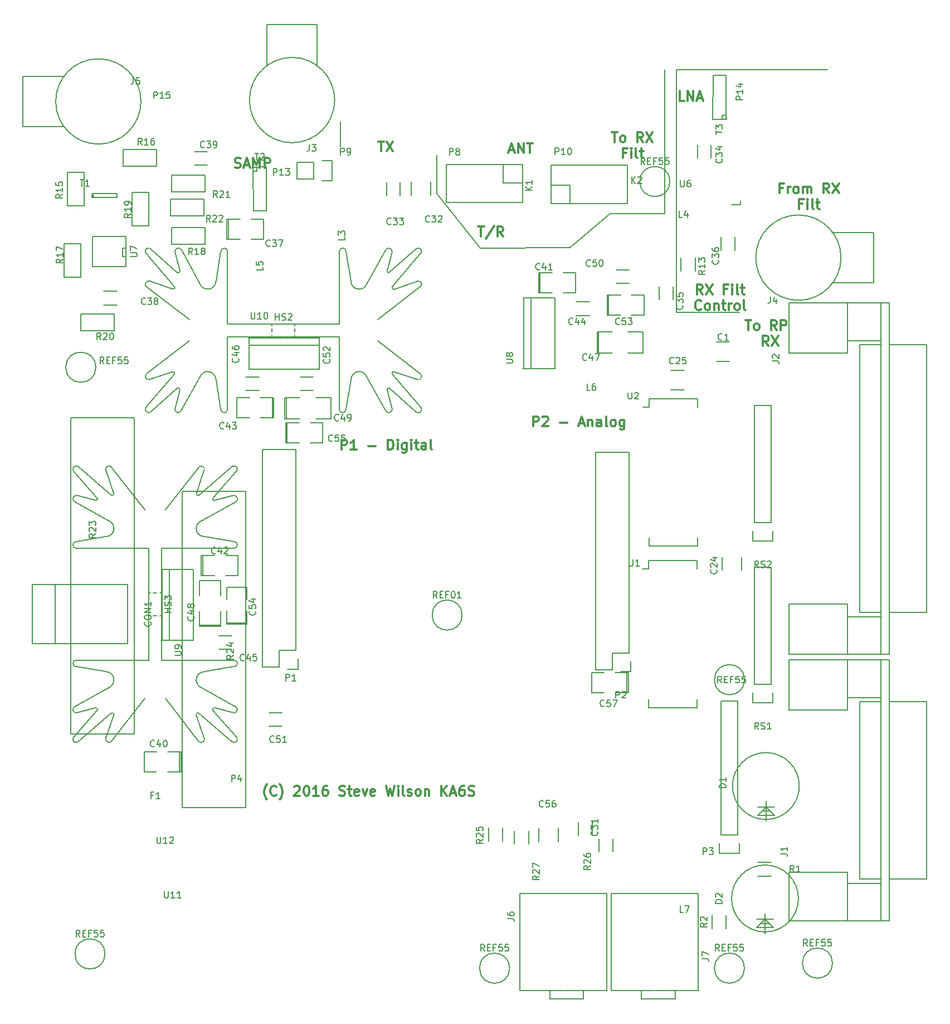
<source format=gbr>
G04 #@! TF.FileFunction,Legend,Top*
%FSLAX46Y46*%
G04 Gerber Fmt 4.6, Leading zero omitted, Abs format (unit mm)*
G04 Created by KiCad (PCBNEW 4.0.1-3.201512221401+6198~38~ubuntu15.10.1-stable) date Tue 04 Oct 2016 03:44:24 PM PDT*
%MOMM*%
G01*
G04 APERTURE LIST*
%ADD10C,0.100000*%
%ADD11C,0.300000*%
%ADD12C,0.200000*%
%ADD13C,0.150000*%
G04 APERTURE END LIST*
D10*
D11*
X150596429Y-67038571D02*
X151453572Y-67038571D01*
X151025001Y-68538571D02*
X151025001Y-67038571D01*
X152167858Y-68538571D02*
X152025000Y-68467143D01*
X151953572Y-68395714D01*
X151882143Y-68252857D01*
X151882143Y-67824286D01*
X151953572Y-67681429D01*
X152025000Y-67610000D01*
X152167858Y-67538571D01*
X152382143Y-67538571D01*
X152525000Y-67610000D01*
X152596429Y-67681429D01*
X152667858Y-67824286D01*
X152667858Y-68252857D01*
X152596429Y-68395714D01*
X152525000Y-68467143D01*
X152382143Y-68538571D01*
X152167858Y-68538571D01*
X155310715Y-68538571D02*
X154810715Y-67824286D01*
X154453572Y-68538571D02*
X154453572Y-67038571D01*
X155025000Y-67038571D01*
X155167858Y-67110000D01*
X155239286Y-67181429D01*
X155310715Y-67324286D01*
X155310715Y-67538571D01*
X155239286Y-67681429D01*
X155167858Y-67752857D01*
X155025000Y-67824286D01*
X154453572Y-67824286D01*
X155953572Y-68538571D02*
X155953572Y-67038571D01*
X156525000Y-67038571D01*
X156667858Y-67110000D01*
X156739286Y-67181429D01*
X156810715Y-67324286D01*
X156810715Y-67538571D01*
X156739286Y-67681429D01*
X156667858Y-67752857D01*
X156525000Y-67824286D01*
X155953572Y-67824286D01*
X154096429Y-70938571D02*
X153596429Y-70224286D01*
X153239286Y-70938571D02*
X153239286Y-69438571D01*
X153810714Y-69438571D01*
X153953572Y-69510000D01*
X154025000Y-69581429D01*
X154096429Y-69724286D01*
X154096429Y-69938571D01*
X154025000Y-70081429D01*
X153953572Y-70152857D01*
X153810714Y-70224286D01*
X153239286Y-70224286D01*
X154596429Y-69438571D02*
X155596429Y-70938571D01*
X155596429Y-69438571D02*
X154596429Y-70938571D01*
X156235715Y-46977857D02*
X155735715Y-46977857D01*
X155735715Y-47763571D02*
X155735715Y-46263571D01*
X156450001Y-46263571D01*
X157021429Y-47763571D02*
X157021429Y-46763571D01*
X157021429Y-47049286D02*
X157092857Y-46906429D01*
X157164286Y-46835000D01*
X157307143Y-46763571D01*
X157450000Y-46763571D01*
X158164286Y-47763571D02*
X158021428Y-47692143D01*
X157950000Y-47620714D01*
X157878571Y-47477857D01*
X157878571Y-47049286D01*
X157950000Y-46906429D01*
X158021428Y-46835000D01*
X158164286Y-46763571D01*
X158378571Y-46763571D01*
X158521428Y-46835000D01*
X158592857Y-46906429D01*
X158664286Y-47049286D01*
X158664286Y-47477857D01*
X158592857Y-47620714D01*
X158521428Y-47692143D01*
X158378571Y-47763571D01*
X158164286Y-47763571D01*
X159307143Y-47763571D02*
X159307143Y-46763571D01*
X159307143Y-46906429D02*
X159378571Y-46835000D01*
X159521429Y-46763571D01*
X159735714Y-46763571D01*
X159878571Y-46835000D01*
X159950000Y-46977857D01*
X159950000Y-47763571D01*
X159950000Y-46977857D02*
X160021429Y-46835000D01*
X160164286Y-46763571D01*
X160378571Y-46763571D01*
X160521429Y-46835000D01*
X160592857Y-46977857D01*
X160592857Y-47763571D01*
X163307143Y-47763571D02*
X162807143Y-47049286D01*
X162450000Y-47763571D02*
X162450000Y-46263571D01*
X163021428Y-46263571D01*
X163164286Y-46335000D01*
X163235714Y-46406429D01*
X163307143Y-46549286D01*
X163307143Y-46763571D01*
X163235714Y-46906429D01*
X163164286Y-46977857D01*
X163021428Y-47049286D01*
X162450000Y-47049286D01*
X163807143Y-46263571D02*
X164807143Y-47763571D01*
X164807143Y-46263571D02*
X163807143Y-47763571D01*
X159235715Y-49377857D02*
X158735715Y-49377857D01*
X158735715Y-50163571D02*
X158735715Y-48663571D01*
X159450001Y-48663571D01*
X160021429Y-50163571D02*
X160021429Y-49163571D01*
X160021429Y-48663571D02*
X159950000Y-48735000D01*
X160021429Y-48806429D01*
X160092857Y-48735000D01*
X160021429Y-48663571D01*
X160021429Y-48806429D01*
X160950001Y-50163571D02*
X160807143Y-50092143D01*
X160735715Y-49949286D01*
X160735715Y-48663571D01*
X161307143Y-49163571D02*
X161878572Y-49163571D01*
X161521429Y-48663571D02*
X161521429Y-49949286D01*
X161592857Y-50092143D01*
X161735715Y-50163571D01*
X161878572Y-50163571D01*
X72996429Y-43837143D02*
X73210715Y-43908571D01*
X73567858Y-43908571D01*
X73710715Y-43837143D01*
X73782144Y-43765714D01*
X73853572Y-43622857D01*
X73853572Y-43480000D01*
X73782144Y-43337143D01*
X73710715Y-43265714D01*
X73567858Y-43194286D01*
X73282144Y-43122857D01*
X73139286Y-43051429D01*
X73067858Y-42980000D01*
X72996429Y-42837143D01*
X72996429Y-42694286D01*
X73067858Y-42551429D01*
X73139286Y-42480000D01*
X73282144Y-42408571D01*
X73639286Y-42408571D01*
X73853572Y-42480000D01*
X74425000Y-43480000D02*
X75139286Y-43480000D01*
X74282143Y-43908571D02*
X74782143Y-42408571D01*
X75282143Y-43908571D01*
X75782143Y-43908571D02*
X75782143Y-42408571D01*
X76282143Y-43480000D01*
X76782143Y-42408571D01*
X76782143Y-43908571D01*
X77496429Y-43908571D02*
X77496429Y-42408571D01*
X78067857Y-42408571D01*
X78210715Y-42480000D01*
X78282143Y-42551429D01*
X78353572Y-42694286D01*
X78353572Y-42908571D01*
X78282143Y-43051429D01*
X78210715Y-43122857D01*
X78067857Y-43194286D01*
X77496429Y-43194286D01*
X94812143Y-39898571D02*
X95669286Y-39898571D01*
X95240715Y-41398571D02*
X95240715Y-39898571D01*
X96026429Y-39898571D02*
X97026429Y-41398571D01*
X97026429Y-39898571D02*
X96026429Y-41398571D01*
D12*
X89055000Y-40730000D02*
X89055000Y-36880000D01*
D11*
X118311429Y-83148571D02*
X118311429Y-81648571D01*
X118882857Y-81648571D01*
X119025715Y-81720000D01*
X119097143Y-81791429D01*
X119168572Y-81934286D01*
X119168572Y-82148571D01*
X119097143Y-82291429D01*
X119025715Y-82362857D01*
X118882857Y-82434286D01*
X118311429Y-82434286D01*
X119740000Y-81791429D02*
X119811429Y-81720000D01*
X119954286Y-81648571D01*
X120311429Y-81648571D01*
X120454286Y-81720000D01*
X120525715Y-81791429D01*
X120597143Y-81934286D01*
X120597143Y-82077143D01*
X120525715Y-82291429D01*
X119668572Y-83148571D01*
X120597143Y-83148571D01*
X122382857Y-82577143D02*
X123525714Y-82577143D01*
X125311428Y-82720000D02*
X126025714Y-82720000D01*
X125168571Y-83148571D02*
X125668571Y-81648571D01*
X126168571Y-83148571D01*
X126668571Y-82148571D02*
X126668571Y-83148571D01*
X126668571Y-82291429D02*
X126739999Y-82220000D01*
X126882857Y-82148571D01*
X127097142Y-82148571D01*
X127239999Y-82220000D01*
X127311428Y-82362857D01*
X127311428Y-83148571D01*
X128668571Y-83148571D02*
X128668571Y-82362857D01*
X128597142Y-82220000D01*
X128454285Y-82148571D01*
X128168571Y-82148571D01*
X128025714Y-82220000D01*
X128668571Y-83077143D02*
X128525714Y-83148571D01*
X128168571Y-83148571D01*
X128025714Y-83077143D01*
X127954285Y-82934286D01*
X127954285Y-82791429D01*
X128025714Y-82648571D01*
X128168571Y-82577143D01*
X128525714Y-82577143D01*
X128668571Y-82505714D01*
X129597143Y-83148571D02*
X129454285Y-83077143D01*
X129382857Y-82934286D01*
X129382857Y-81648571D01*
X130382857Y-83148571D02*
X130239999Y-83077143D01*
X130168571Y-83005714D01*
X130097142Y-82862857D01*
X130097142Y-82434286D01*
X130168571Y-82291429D01*
X130239999Y-82220000D01*
X130382857Y-82148571D01*
X130597142Y-82148571D01*
X130739999Y-82220000D01*
X130811428Y-82291429D01*
X130882857Y-82434286D01*
X130882857Y-82862857D01*
X130811428Y-83005714D01*
X130739999Y-83077143D01*
X130597142Y-83148571D01*
X130382857Y-83148571D01*
X132168571Y-82148571D02*
X132168571Y-83362857D01*
X132097142Y-83505714D01*
X132025714Y-83577143D01*
X131882857Y-83648571D01*
X131668571Y-83648571D01*
X131525714Y-83577143D01*
X132168571Y-83077143D02*
X132025714Y-83148571D01*
X131740000Y-83148571D01*
X131597142Y-83077143D01*
X131525714Y-83005714D01*
X131454285Y-82862857D01*
X131454285Y-82434286D01*
X131525714Y-82291429D01*
X131597142Y-82220000D01*
X131740000Y-82148571D01*
X132025714Y-82148571D01*
X132168571Y-82220000D01*
X89173572Y-86698571D02*
X89173572Y-85198571D01*
X89745000Y-85198571D01*
X89887858Y-85270000D01*
X89959286Y-85341429D01*
X90030715Y-85484286D01*
X90030715Y-85698571D01*
X89959286Y-85841429D01*
X89887858Y-85912857D01*
X89745000Y-85984286D01*
X89173572Y-85984286D01*
X91459286Y-86698571D02*
X90602143Y-86698571D01*
X91030715Y-86698571D02*
X91030715Y-85198571D01*
X90887858Y-85412857D01*
X90745000Y-85555714D01*
X90602143Y-85627143D01*
X93245000Y-86127143D02*
X94387857Y-86127143D01*
X96245000Y-86698571D02*
X96245000Y-85198571D01*
X96602143Y-85198571D01*
X96816428Y-85270000D01*
X96959286Y-85412857D01*
X97030714Y-85555714D01*
X97102143Y-85841429D01*
X97102143Y-86055714D01*
X97030714Y-86341429D01*
X96959286Y-86484286D01*
X96816428Y-86627143D01*
X96602143Y-86698571D01*
X96245000Y-86698571D01*
X97745000Y-86698571D02*
X97745000Y-85698571D01*
X97745000Y-85198571D02*
X97673571Y-85270000D01*
X97745000Y-85341429D01*
X97816428Y-85270000D01*
X97745000Y-85198571D01*
X97745000Y-85341429D01*
X99102143Y-85698571D02*
X99102143Y-86912857D01*
X99030714Y-87055714D01*
X98959286Y-87127143D01*
X98816429Y-87198571D01*
X98602143Y-87198571D01*
X98459286Y-87127143D01*
X99102143Y-86627143D02*
X98959286Y-86698571D01*
X98673572Y-86698571D01*
X98530714Y-86627143D01*
X98459286Y-86555714D01*
X98387857Y-86412857D01*
X98387857Y-85984286D01*
X98459286Y-85841429D01*
X98530714Y-85770000D01*
X98673572Y-85698571D01*
X98959286Y-85698571D01*
X99102143Y-85770000D01*
X99816429Y-86698571D02*
X99816429Y-85698571D01*
X99816429Y-85198571D02*
X99745000Y-85270000D01*
X99816429Y-85341429D01*
X99887857Y-85270000D01*
X99816429Y-85198571D01*
X99816429Y-85341429D01*
X100316429Y-85698571D02*
X100887858Y-85698571D01*
X100530715Y-85198571D02*
X100530715Y-86484286D01*
X100602143Y-86627143D01*
X100745001Y-86698571D01*
X100887858Y-86698571D01*
X102030715Y-86698571D02*
X102030715Y-85912857D01*
X101959286Y-85770000D01*
X101816429Y-85698571D01*
X101530715Y-85698571D01*
X101387858Y-85770000D01*
X102030715Y-86627143D02*
X101887858Y-86698571D01*
X101530715Y-86698571D01*
X101387858Y-86627143D01*
X101316429Y-86484286D01*
X101316429Y-86341429D01*
X101387858Y-86198571D01*
X101530715Y-86127143D01*
X101887858Y-86127143D01*
X102030715Y-86055714D01*
X102959287Y-86698571D02*
X102816429Y-86627143D01*
X102745001Y-86484286D01*
X102745001Y-85198571D01*
X77885002Y-139795000D02*
X77813574Y-139723571D01*
X77670717Y-139509286D01*
X77599288Y-139366429D01*
X77527859Y-139152143D01*
X77456431Y-138795000D01*
X77456431Y-138509286D01*
X77527859Y-138152143D01*
X77599288Y-137937857D01*
X77670717Y-137795000D01*
X77813574Y-137580714D01*
X77885002Y-137509286D01*
X79313574Y-139080714D02*
X79242145Y-139152143D01*
X79027859Y-139223571D01*
X78885002Y-139223571D01*
X78670717Y-139152143D01*
X78527859Y-139009286D01*
X78456431Y-138866429D01*
X78385002Y-138580714D01*
X78385002Y-138366429D01*
X78456431Y-138080714D01*
X78527859Y-137937857D01*
X78670717Y-137795000D01*
X78885002Y-137723571D01*
X79027859Y-137723571D01*
X79242145Y-137795000D01*
X79313574Y-137866429D01*
X79813574Y-139795000D02*
X79885002Y-139723571D01*
X80027859Y-139509286D01*
X80099288Y-139366429D01*
X80170717Y-139152143D01*
X80242145Y-138795000D01*
X80242145Y-138509286D01*
X80170717Y-138152143D01*
X80099288Y-137937857D01*
X80027859Y-137795000D01*
X79885002Y-137580714D01*
X79813574Y-137509286D01*
X82027859Y-137866429D02*
X82099288Y-137795000D01*
X82242145Y-137723571D01*
X82599288Y-137723571D01*
X82742145Y-137795000D01*
X82813574Y-137866429D01*
X82885002Y-138009286D01*
X82885002Y-138152143D01*
X82813574Y-138366429D01*
X81956431Y-139223571D01*
X82885002Y-139223571D01*
X83813573Y-137723571D02*
X83956430Y-137723571D01*
X84099287Y-137795000D01*
X84170716Y-137866429D01*
X84242145Y-138009286D01*
X84313573Y-138295000D01*
X84313573Y-138652143D01*
X84242145Y-138937857D01*
X84170716Y-139080714D01*
X84099287Y-139152143D01*
X83956430Y-139223571D01*
X83813573Y-139223571D01*
X83670716Y-139152143D01*
X83599287Y-139080714D01*
X83527859Y-138937857D01*
X83456430Y-138652143D01*
X83456430Y-138295000D01*
X83527859Y-138009286D01*
X83599287Y-137866429D01*
X83670716Y-137795000D01*
X83813573Y-137723571D01*
X85742144Y-139223571D02*
X84885001Y-139223571D01*
X85313573Y-139223571D02*
X85313573Y-137723571D01*
X85170716Y-137937857D01*
X85027858Y-138080714D01*
X84885001Y-138152143D01*
X87027858Y-137723571D02*
X86742144Y-137723571D01*
X86599287Y-137795000D01*
X86527858Y-137866429D01*
X86385001Y-138080714D01*
X86313572Y-138366429D01*
X86313572Y-138937857D01*
X86385001Y-139080714D01*
X86456429Y-139152143D01*
X86599287Y-139223571D01*
X86885001Y-139223571D01*
X87027858Y-139152143D01*
X87099287Y-139080714D01*
X87170715Y-138937857D01*
X87170715Y-138580714D01*
X87099287Y-138437857D01*
X87027858Y-138366429D01*
X86885001Y-138295000D01*
X86599287Y-138295000D01*
X86456429Y-138366429D01*
X86385001Y-138437857D01*
X86313572Y-138580714D01*
X88885000Y-139152143D02*
X89099286Y-139223571D01*
X89456429Y-139223571D01*
X89599286Y-139152143D01*
X89670715Y-139080714D01*
X89742143Y-138937857D01*
X89742143Y-138795000D01*
X89670715Y-138652143D01*
X89599286Y-138580714D01*
X89456429Y-138509286D01*
X89170715Y-138437857D01*
X89027857Y-138366429D01*
X88956429Y-138295000D01*
X88885000Y-138152143D01*
X88885000Y-138009286D01*
X88956429Y-137866429D01*
X89027857Y-137795000D01*
X89170715Y-137723571D01*
X89527857Y-137723571D01*
X89742143Y-137795000D01*
X90170714Y-138223571D02*
X90742143Y-138223571D01*
X90385000Y-137723571D02*
X90385000Y-139009286D01*
X90456428Y-139152143D01*
X90599286Y-139223571D01*
X90742143Y-139223571D01*
X91813571Y-139152143D02*
X91670714Y-139223571D01*
X91385000Y-139223571D01*
X91242143Y-139152143D01*
X91170714Y-139009286D01*
X91170714Y-138437857D01*
X91242143Y-138295000D01*
X91385000Y-138223571D01*
X91670714Y-138223571D01*
X91813571Y-138295000D01*
X91885000Y-138437857D01*
X91885000Y-138580714D01*
X91170714Y-138723571D01*
X92385000Y-138223571D02*
X92742143Y-139223571D01*
X93099285Y-138223571D01*
X94242142Y-139152143D02*
X94099285Y-139223571D01*
X93813571Y-139223571D01*
X93670714Y-139152143D01*
X93599285Y-139009286D01*
X93599285Y-138437857D01*
X93670714Y-138295000D01*
X93813571Y-138223571D01*
X94099285Y-138223571D01*
X94242142Y-138295000D01*
X94313571Y-138437857D01*
X94313571Y-138580714D01*
X93599285Y-138723571D01*
X95956428Y-137723571D02*
X96313571Y-139223571D01*
X96599285Y-138152143D01*
X96884999Y-139223571D01*
X97242142Y-137723571D01*
X97813571Y-139223571D02*
X97813571Y-138223571D01*
X97813571Y-137723571D02*
X97742142Y-137795000D01*
X97813571Y-137866429D01*
X97884999Y-137795000D01*
X97813571Y-137723571D01*
X97813571Y-137866429D01*
X98742143Y-139223571D02*
X98599285Y-139152143D01*
X98527857Y-139009286D01*
X98527857Y-137723571D01*
X99242142Y-139152143D02*
X99384999Y-139223571D01*
X99670714Y-139223571D01*
X99813571Y-139152143D01*
X99884999Y-139009286D01*
X99884999Y-138937857D01*
X99813571Y-138795000D01*
X99670714Y-138723571D01*
X99456428Y-138723571D01*
X99313571Y-138652143D01*
X99242142Y-138509286D01*
X99242142Y-138437857D01*
X99313571Y-138295000D01*
X99456428Y-138223571D01*
X99670714Y-138223571D01*
X99813571Y-138295000D01*
X100742143Y-139223571D02*
X100599285Y-139152143D01*
X100527857Y-139080714D01*
X100456428Y-138937857D01*
X100456428Y-138509286D01*
X100527857Y-138366429D01*
X100599285Y-138295000D01*
X100742143Y-138223571D01*
X100956428Y-138223571D01*
X101099285Y-138295000D01*
X101170714Y-138366429D01*
X101242143Y-138509286D01*
X101242143Y-138937857D01*
X101170714Y-139080714D01*
X101099285Y-139152143D01*
X100956428Y-139223571D01*
X100742143Y-139223571D01*
X101885000Y-138223571D02*
X101885000Y-139223571D01*
X101885000Y-138366429D02*
X101956428Y-138295000D01*
X102099286Y-138223571D01*
X102313571Y-138223571D01*
X102456428Y-138295000D01*
X102527857Y-138437857D01*
X102527857Y-139223571D01*
X104385000Y-139223571D02*
X104385000Y-137723571D01*
X105242143Y-139223571D02*
X104599286Y-138366429D01*
X105242143Y-137723571D02*
X104385000Y-138580714D01*
X105813571Y-138795000D02*
X106527857Y-138795000D01*
X105670714Y-139223571D02*
X106170714Y-137723571D01*
X106670714Y-139223571D01*
X107813571Y-137723571D02*
X107527857Y-137723571D01*
X107385000Y-137795000D01*
X107313571Y-137866429D01*
X107170714Y-138080714D01*
X107099285Y-138366429D01*
X107099285Y-138937857D01*
X107170714Y-139080714D01*
X107242142Y-139152143D01*
X107385000Y-139223571D01*
X107670714Y-139223571D01*
X107813571Y-139152143D01*
X107885000Y-139080714D01*
X107956428Y-138937857D01*
X107956428Y-138580714D01*
X107885000Y-138437857D01*
X107813571Y-138366429D01*
X107670714Y-138295000D01*
X107385000Y-138295000D01*
X107242142Y-138366429D01*
X107170714Y-138437857D01*
X107099285Y-138580714D01*
X108527856Y-139152143D02*
X108742142Y-139223571D01*
X109099285Y-139223571D01*
X109242142Y-139152143D01*
X109313571Y-139080714D01*
X109384999Y-138937857D01*
X109384999Y-138795000D01*
X109313571Y-138652143D01*
X109242142Y-138580714D01*
X109099285Y-138509286D01*
X108813571Y-138437857D01*
X108670713Y-138366429D01*
X108599285Y-138295000D01*
X108527856Y-138152143D01*
X108527856Y-138009286D01*
X108599285Y-137866429D01*
X108670713Y-137795000D01*
X108813571Y-137723571D01*
X109170713Y-137723571D01*
X109384999Y-137795000D01*
X114705714Y-41235000D02*
X115420000Y-41235000D01*
X114562857Y-41663571D02*
X115062857Y-40163571D01*
X115562857Y-41663571D01*
X116062857Y-41663571D02*
X116062857Y-40163571D01*
X116920000Y-41663571D01*
X116920000Y-40163571D01*
X117420000Y-40163571D02*
X118277143Y-40163571D01*
X117848572Y-41663571D02*
X117848572Y-40163571D01*
D12*
X130025000Y-50830000D02*
X123925000Y-56055000D01*
X103675000Y-47780000D02*
X103675000Y-42005000D01*
X110250000Y-56130000D02*
X103675000Y-47780000D01*
D11*
X109985714Y-52833571D02*
X110842857Y-52833571D01*
X110414286Y-54333571D02*
X110414286Y-52833571D01*
X112414285Y-52762143D02*
X111128571Y-54690714D01*
X113771429Y-54333571D02*
X113271429Y-53619286D01*
X112914286Y-54333571D02*
X112914286Y-52833571D01*
X113485714Y-52833571D01*
X113628572Y-52905000D01*
X113700000Y-52976429D01*
X113771429Y-53119286D01*
X113771429Y-53333571D01*
X113700000Y-53476429D01*
X113628572Y-53547857D01*
X113485714Y-53619286D01*
X112914286Y-53619286D01*
D12*
X123925000Y-56055000D02*
X110250000Y-56130000D01*
D11*
X144072144Y-63098571D02*
X143572144Y-62384286D01*
X143215001Y-63098571D02*
X143215001Y-61598571D01*
X143786429Y-61598571D01*
X143929287Y-61670000D01*
X144000715Y-61741429D01*
X144072144Y-61884286D01*
X144072144Y-62098571D01*
X144000715Y-62241429D01*
X143929287Y-62312857D01*
X143786429Y-62384286D01*
X143215001Y-62384286D01*
X144572144Y-61598571D02*
X145572144Y-63098571D01*
X145572144Y-61598571D02*
X144572144Y-63098571D01*
X147786429Y-62312857D02*
X147286429Y-62312857D01*
X147286429Y-63098571D02*
X147286429Y-61598571D01*
X148000715Y-61598571D01*
X148572143Y-63098571D02*
X148572143Y-62098571D01*
X148572143Y-61598571D02*
X148500714Y-61670000D01*
X148572143Y-61741429D01*
X148643571Y-61670000D01*
X148572143Y-61598571D01*
X148572143Y-61741429D01*
X149500715Y-63098571D02*
X149357857Y-63027143D01*
X149286429Y-62884286D01*
X149286429Y-61598571D01*
X149857857Y-62098571D02*
X150429286Y-62098571D01*
X150072143Y-61598571D02*
X150072143Y-62884286D01*
X150143571Y-63027143D01*
X150286429Y-63098571D01*
X150429286Y-63098571D01*
X143857858Y-65355714D02*
X143786429Y-65427143D01*
X143572143Y-65498571D01*
X143429286Y-65498571D01*
X143215001Y-65427143D01*
X143072143Y-65284286D01*
X143000715Y-65141429D01*
X142929286Y-64855714D01*
X142929286Y-64641429D01*
X143000715Y-64355714D01*
X143072143Y-64212857D01*
X143215001Y-64070000D01*
X143429286Y-63998571D01*
X143572143Y-63998571D01*
X143786429Y-64070000D01*
X143857858Y-64141429D01*
X144715001Y-65498571D02*
X144572143Y-65427143D01*
X144500715Y-65355714D01*
X144429286Y-65212857D01*
X144429286Y-64784286D01*
X144500715Y-64641429D01*
X144572143Y-64570000D01*
X144715001Y-64498571D01*
X144929286Y-64498571D01*
X145072143Y-64570000D01*
X145143572Y-64641429D01*
X145215001Y-64784286D01*
X145215001Y-65212857D01*
X145143572Y-65355714D01*
X145072143Y-65427143D01*
X144929286Y-65498571D01*
X144715001Y-65498571D01*
X145857858Y-64498571D02*
X145857858Y-65498571D01*
X145857858Y-64641429D02*
X145929286Y-64570000D01*
X146072144Y-64498571D01*
X146286429Y-64498571D01*
X146429286Y-64570000D01*
X146500715Y-64712857D01*
X146500715Y-65498571D01*
X147000715Y-64498571D02*
X147572144Y-64498571D01*
X147215001Y-63998571D02*
X147215001Y-65284286D01*
X147286429Y-65427143D01*
X147429287Y-65498571D01*
X147572144Y-65498571D01*
X148072144Y-65498571D02*
X148072144Y-64498571D01*
X148072144Y-64784286D02*
X148143572Y-64641429D01*
X148215001Y-64570000D01*
X148357858Y-64498571D01*
X148500715Y-64498571D01*
X149215001Y-65498571D02*
X149072143Y-65427143D01*
X149000715Y-65355714D01*
X148929286Y-65212857D01*
X148929286Y-64784286D01*
X149000715Y-64641429D01*
X149072143Y-64570000D01*
X149215001Y-64498571D01*
X149429286Y-64498571D01*
X149572143Y-64570000D01*
X149643572Y-64641429D01*
X149715001Y-64784286D01*
X149715001Y-65212857D01*
X149643572Y-65355714D01*
X149572143Y-65427143D01*
X149429286Y-65498571D01*
X149215001Y-65498571D01*
X150572144Y-65498571D02*
X150429286Y-65427143D01*
X150357858Y-65284286D01*
X150357858Y-63998571D01*
D12*
X140075000Y-65855000D02*
X149700000Y-65855000D01*
D11*
X130267143Y-38518571D02*
X131124286Y-38518571D01*
X130695715Y-40018571D02*
X130695715Y-38518571D01*
X131838572Y-40018571D02*
X131695714Y-39947143D01*
X131624286Y-39875714D01*
X131552857Y-39732857D01*
X131552857Y-39304286D01*
X131624286Y-39161429D01*
X131695714Y-39090000D01*
X131838572Y-39018571D01*
X132052857Y-39018571D01*
X132195714Y-39090000D01*
X132267143Y-39161429D01*
X132338572Y-39304286D01*
X132338572Y-39732857D01*
X132267143Y-39875714D01*
X132195714Y-39947143D01*
X132052857Y-40018571D01*
X131838572Y-40018571D01*
X134981429Y-40018571D02*
X134481429Y-39304286D01*
X134124286Y-40018571D02*
X134124286Y-38518571D01*
X134695714Y-38518571D01*
X134838572Y-38590000D01*
X134910000Y-38661429D01*
X134981429Y-38804286D01*
X134981429Y-39018571D01*
X134910000Y-39161429D01*
X134838572Y-39232857D01*
X134695714Y-39304286D01*
X134124286Y-39304286D01*
X135481429Y-38518571D02*
X136481429Y-40018571D01*
X136481429Y-38518571D02*
X135481429Y-40018571D01*
X132445715Y-41632857D02*
X131945715Y-41632857D01*
X131945715Y-42418571D02*
X131945715Y-40918571D01*
X132660001Y-40918571D01*
X133231429Y-42418571D02*
X133231429Y-41418571D01*
X133231429Y-40918571D02*
X133160000Y-40990000D01*
X133231429Y-41061429D01*
X133302857Y-40990000D01*
X133231429Y-40918571D01*
X133231429Y-41061429D01*
X134160001Y-42418571D02*
X134017143Y-42347143D01*
X133945715Y-42204286D01*
X133945715Y-40918571D01*
X134517143Y-41418571D02*
X135088572Y-41418571D01*
X134731429Y-40918571D02*
X134731429Y-42204286D01*
X134802857Y-42347143D01*
X134945715Y-42418571D01*
X135088572Y-42418571D01*
D12*
X138300000Y-50830000D02*
X130025000Y-50830000D01*
X138300000Y-28980000D02*
X138300000Y-50830000D01*
X140075000Y-29055000D02*
X140075000Y-65855000D01*
X163050000Y-29055000D02*
X140075000Y-29055000D01*
D11*
X141310715Y-33733571D02*
X140596429Y-33733571D01*
X140596429Y-32233571D01*
X141810715Y-33733571D02*
X141810715Y-32233571D01*
X142667858Y-33733571D01*
X142667858Y-32233571D01*
X143310715Y-33305000D02*
X144025001Y-33305000D01*
X143167858Y-33733571D02*
X143667858Y-32233571D01*
X144167858Y-33733571D01*
D13*
X78185000Y-128690000D02*
X80185000Y-128690000D01*
X80185000Y-126640000D02*
X78185000Y-126640000D01*
X139101000Y-45990000D02*
G75*
G03X139101000Y-45990000I-2286000J0D01*
G01*
X51871000Y-74180000D02*
G75*
G03X51871000Y-74180000I-2286000J0D01*
G01*
X53266000Y-163240000D02*
G75*
G03X53266000Y-163240000I-2286000J0D01*
G01*
X163806000Y-164635000D02*
G75*
G03X163806000Y-164635000I-2286000J0D01*
G01*
X114746000Y-165405000D02*
G75*
G03X114746000Y-165405000I-2286000J0D01*
G01*
X150436000Y-165405000D02*
G75*
G03X150436000Y-165405000I-2286000J0D01*
G01*
X135880000Y-103500000D02*
X135880000Y-104770000D01*
X143230000Y-103500000D02*
X143230000Y-104770000D01*
X143230000Y-125870000D02*
X143230000Y-124600000D01*
X135880000Y-125870000D02*
X135880000Y-124600000D01*
X135880000Y-103500000D02*
X143230000Y-103500000D01*
X135880000Y-125870000D02*
X143230000Y-125870000D01*
X135880000Y-104770000D02*
X134945000Y-104770000D01*
X127802160Y-120108160D02*
X127802160Y-87088160D01*
X132882160Y-117568160D02*
X132882160Y-87088160D01*
X127802160Y-87088160D02*
X132882160Y-87088160D01*
X127802160Y-120108160D02*
X130342160Y-120108160D01*
X131612160Y-120388160D02*
X133162160Y-120388160D01*
X130342160Y-120108160D02*
X130342160Y-117568160D01*
X130342160Y-117568160D02*
X132882160Y-117568160D01*
X133162160Y-120388160D02*
X133162160Y-118838160D01*
X119180000Y-144170000D02*
X119180000Y-146170000D01*
X122130000Y-146170000D02*
X122130000Y-144170000D01*
X63420000Y-44995000D02*
X68500000Y-44995000D01*
X68500000Y-44995000D02*
X68500000Y-47535000D01*
X68500000Y-47535000D02*
X63420000Y-47535000D01*
X63420000Y-47535000D02*
X63420000Y-44995000D01*
X77207900Y-119729700D02*
X77207900Y-86709700D01*
X82287900Y-117189700D02*
X82287900Y-86709700D01*
X77207900Y-86709700D02*
X82287900Y-86709700D01*
X77207900Y-119729700D02*
X79747900Y-119729700D01*
X81017900Y-120009700D02*
X82567900Y-120009700D01*
X79747900Y-119729700D02*
X79747900Y-117189700D01*
X79747900Y-117189700D02*
X82287900Y-117189700D01*
X82567900Y-120009700D02*
X82567900Y-118459700D01*
X119189000Y-59876000D02*
X119189000Y-62924000D01*
X122872000Y-62924000D02*
X124777000Y-62924000D01*
X124777000Y-62924000D02*
X124777000Y-59876000D01*
X124777000Y-59876000D02*
X122872000Y-59876000D01*
X121221000Y-59876000D02*
X119189000Y-59876000D01*
X119389000Y-59876000D02*
X119389000Y-62924000D01*
X119189000Y-62924000D02*
X121221000Y-62924000D01*
X117955000Y-63675000D02*
X121638000Y-63675000D01*
X121655000Y-63707000D02*
X121655000Y-74375000D01*
X121638000Y-74375000D02*
X117955000Y-74375000D01*
X116807000Y-63675000D02*
X117950000Y-63675000D01*
X117955000Y-63675000D02*
X117955000Y-74343000D01*
X117855000Y-74375000D02*
X116712000Y-74375000D01*
X116855000Y-69075000D02*
X116855000Y-74409000D01*
X116855000Y-69009000D02*
X116855000Y-63675000D01*
X128229700Y-68850000D02*
X128229700Y-72050000D01*
X135029820Y-68849800D02*
X135029820Y-72050200D01*
X128029700Y-68850000D02*
X128029700Y-72050000D01*
X132726040Y-72055280D02*
X135012040Y-72055280D01*
X135012040Y-68844720D02*
X132726040Y-68844720D01*
X130329700Y-68850000D02*
X128029700Y-68850000D01*
X128029700Y-72050000D02*
X130329700Y-72050000D01*
X126880000Y-64275000D02*
X124880000Y-64275000D01*
X124880000Y-66325000D02*
X126880000Y-66325000D01*
X142930000Y-57590000D02*
X142930000Y-59590000D01*
X140780000Y-59590000D02*
X140780000Y-57590000D01*
X132930000Y-59375000D02*
X130930000Y-59375000D01*
X130930000Y-61425000D02*
X132930000Y-61425000D01*
X129583000Y-63251000D02*
X129583000Y-66299000D01*
X133266000Y-66299000D02*
X135171000Y-66299000D01*
X135171000Y-66299000D02*
X135171000Y-63251000D01*
X135171000Y-63251000D02*
X133266000Y-63251000D01*
X131615000Y-63251000D02*
X129583000Y-63251000D01*
X129783000Y-63251000D02*
X129783000Y-66299000D01*
X129583000Y-66299000D02*
X131615000Y-66299000D01*
X139560000Y-63930000D02*
X139560000Y-61930000D01*
X137510000Y-61930000D02*
X137510000Y-63930000D01*
X113800000Y-46205000D02*
X116700000Y-46205000D01*
X113800000Y-43505000D02*
X113800000Y-46205000D01*
X116700000Y-49205000D02*
X116700000Y-43405000D01*
X105100000Y-49205000D02*
X116700000Y-49205000D01*
X105100000Y-43405000D02*
X105100000Y-49205000D01*
X116700000Y-43405000D02*
X105100000Y-43405000D01*
X148155000Y-70370000D02*
X146155000Y-70370000D01*
X146155000Y-73320000D02*
X148155000Y-73320000D01*
X148443160Y-49534560D02*
X149824920Y-49534560D01*
X149824920Y-49534560D02*
X149814760Y-48945280D01*
X123950000Y-46505000D02*
X121050000Y-46505000D01*
X123950000Y-49205000D02*
X123950000Y-46505000D01*
X121050000Y-43505000D02*
X121050000Y-49305000D01*
X132650000Y-43505000D02*
X121050000Y-43505000D01*
X132650000Y-49305000D02*
X132650000Y-43505000D01*
X121050000Y-49305000D02*
X132650000Y-49305000D01*
X148950000Y-56455000D02*
X148950000Y-54455000D01*
X146900000Y-54455000D02*
X146900000Y-56455000D01*
X163706227Y-53733329D02*
X168786227Y-53733329D01*
X168786227Y-53733329D02*
X170056227Y-53733329D01*
X170056227Y-53733329D02*
X170056227Y-61353329D01*
X170056227Y-61353329D02*
X163706227Y-61353329D01*
X165101982Y-57543329D02*
G75*
G03X165101982Y-57543329I-6475755J0D01*
G01*
X145360000Y-42425000D02*
X145360000Y-40425000D01*
X143310000Y-40425000D02*
X143310000Y-42425000D01*
X102725000Y-48055000D02*
X102725000Y-46055000D01*
X99775000Y-46055000D02*
X99775000Y-48055000D01*
X98125000Y-48155000D02*
X98125000Y-46155000D01*
X96075000Y-46155000D02*
X96075000Y-48155000D01*
X77875000Y-28545000D02*
X77875000Y-23465000D01*
X77875000Y-23465000D02*
X77875000Y-22195000D01*
X77875000Y-22195000D02*
X85495000Y-22195000D01*
X85495000Y-22195000D02*
X85495000Y-28545000D01*
X88160755Y-33625000D02*
G75*
G03X88160755Y-33625000I-6475755J0D01*
G01*
X84975000Y-45600000D02*
X82435000Y-45600000D01*
X87795000Y-45880000D02*
X86245000Y-45880000D01*
X84975000Y-45600000D02*
X84975000Y-43060000D01*
X86245000Y-42780000D02*
X87795000Y-42780000D01*
X87795000Y-42780000D02*
X87795000Y-45880000D01*
X84975000Y-43060000D02*
X82435000Y-43060000D01*
X82435000Y-43060000D02*
X82435000Y-45600000D01*
X68840000Y-41430000D02*
X66840000Y-41430000D01*
X66840000Y-43480000D02*
X68840000Y-43480000D01*
X71779000Y-51711000D02*
X71779000Y-54759000D01*
X75462000Y-54759000D02*
X77367000Y-54759000D01*
X77367000Y-54759000D02*
X77367000Y-51711000D01*
X77367000Y-51711000D02*
X75462000Y-51711000D01*
X73811000Y-51711000D02*
X71779000Y-51711000D01*
X71979000Y-51711000D02*
X71979000Y-54759000D01*
X71779000Y-54759000D02*
X73811000Y-54759000D01*
X53075000Y-64705000D02*
X55075000Y-64705000D01*
X55075000Y-62655000D02*
X53075000Y-62655000D01*
X75765000Y-43890000D02*
X75805000Y-50440000D01*
X75805000Y-50440000D02*
X77745000Y-50440000D01*
X77745000Y-50440000D02*
X77785000Y-43770000D01*
X77785000Y-43770000D02*
X75725000Y-43810000D01*
X75725000Y-43810000D02*
X75765000Y-44460000D01*
X75765000Y-44460000D02*
X76335000Y-44420000D01*
X76335000Y-44420000D02*
X76375000Y-43920000D01*
X76375000Y-43920000D02*
X76375000Y-44000000D01*
X68450000Y-55480000D02*
X63370000Y-55480000D01*
X63370000Y-55480000D02*
X63370000Y-52940000D01*
X63370000Y-52940000D02*
X68450000Y-52940000D01*
X68450000Y-52940000D02*
X68450000Y-55480000D01*
X68305000Y-51165000D02*
X63225000Y-51165000D01*
X63225000Y-51165000D02*
X63225000Y-48625000D01*
X63225000Y-48625000D02*
X68305000Y-48625000D01*
X68305000Y-48625000D02*
X68305000Y-51165000D01*
X72545000Y-114965000D02*
X70545000Y-114965000D01*
X70545000Y-117015000D02*
X72545000Y-117015000D01*
X67480000Y-130950000D02*
X62480000Y-124450000D01*
X54280000Y-130950000D02*
X59280000Y-124450000D01*
X54280000Y-89350000D02*
X59280000Y-95850000D01*
X67430000Y-89450000D02*
X62480000Y-95850000D01*
X52130000Y-126100000D02*
G75*
G03X51830000Y-125900000I-250000J-50000D01*
G01*
X52030000Y-126350000D02*
G75*
G03X52080000Y-126000000I-150000J200000D01*
G01*
X54530000Y-126700000D02*
G75*
G03X54180000Y-126750000I-150000J-200000D01*
G01*
X54580000Y-127050000D02*
G75*
G03X54530000Y-126700000I-200000J150000D01*
G01*
X67330000Y-126650000D02*
G75*
G03X67130000Y-126950000I50000J-250000D01*
G01*
X67580000Y-126750000D02*
G75*
G03X67230000Y-126700000I-200000J-150000D01*
G01*
X69730000Y-125950000D02*
G75*
G03X69680000Y-126300000I150000J-200000D01*
G01*
X69930000Y-125900000D02*
G75*
G03X69630000Y-126100000I-50000J-250000D01*
G01*
X72480000Y-130950000D02*
G75*
G03X73180000Y-131050000I400000J300000D01*
G01*
X73180000Y-131050000D02*
G75*
G03X73280000Y-130350000I-300000J400000D01*
G01*
X67480000Y-130950000D02*
G75*
G03X68180000Y-131050000I400000J300000D01*
G01*
X67930000Y-131150000D02*
G75*
G03X68380000Y-130600000I-50000J500000D01*
G01*
X53430000Y-130450000D02*
G75*
G03X53680000Y-131100000I450000J-200000D01*
G01*
X53580000Y-131050000D02*
G75*
G03X54280000Y-130950000I300000J400000D01*
G01*
X48480000Y-130950000D02*
G75*
G03X49180000Y-131050000I400000J300000D01*
G01*
X48480000Y-130350000D02*
G75*
G03X48530000Y-131000000I350000J-300000D01*
G01*
X52080000Y-126300000D02*
X48480000Y-130350000D01*
X48880000Y-126650000D02*
X51880000Y-125900000D01*
X54180000Y-126750000D02*
X49180000Y-131050000D01*
X54580000Y-127050000D02*
X53430000Y-130450000D01*
X67130000Y-126950000D02*
X68380000Y-130600000D01*
X67530000Y-126700000D02*
X72480000Y-130950000D01*
X69680000Y-126300000D02*
X73280000Y-130350000D01*
X72880000Y-126650000D02*
X69930000Y-125900000D01*
X67180000Y-93250000D02*
G75*
G03X67230000Y-93600000I200000J-150000D01*
G01*
X67180000Y-93550000D02*
G75*
G03X67530000Y-93600000I200000J150000D01*
G01*
X69730000Y-93950000D02*
G75*
G03X69680000Y-94300000I150000J-200000D01*
G01*
X69630000Y-94200000D02*
G75*
G03X69930000Y-94400000I250000J50000D01*
G01*
X54280000Y-93600000D02*
G75*
G03X54580000Y-93500000I100000J200000D01*
G01*
X54480000Y-93600000D02*
G75*
G03X54580000Y-93300000I-100000J200000D01*
G01*
X51830000Y-94400000D02*
G75*
G03X52130000Y-94200000I50000J250000D01*
G01*
X52030000Y-94350000D02*
G75*
G03X52080000Y-94000000I-150000J200000D01*
G01*
X48880000Y-118650000D02*
X59880000Y-118650000D01*
X68330000Y-89850000D02*
G75*
G03X68080000Y-89200000I-450000J200000D01*
G01*
X68080000Y-89200000D02*
G75*
G03X67430000Y-89450000I-200000J-450000D01*
G01*
X73280000Y-89950000D02*
G75*
G03X73180000Y-89250000I-400000J300000D01*
G01*
X73280000Y-89350000D02*
G75*
G03X72580000Y-89250000I-400000J-300000D01*
G01*
X67180000Y-93250000D02*
X68330000Y-89850000D01*
X48530000Y-89300000D02*
G75*
G03X48530000Y-90000000I350000J-350000D01*
G01*
X49230000Y-89300000D02*
G75*
G03X48530000Y-89300000I-350000J-350000D01*
G01*
X53680000Y-89200000D02*
G75*
G03X53430000Y-89850000I200000J-450000D01*
G01*
X54280000Y-89350000D02*
G75*
G03X53580000Y-89250000I-400000J-300000D01*
G01*
X48880000Y-101650000D02*
X59880000Y-101650000D01*
X53430000Y-89850000D02*
X54580000Y-93250000D01*
X49230000Y-89300000D02*
X54230000Y-93600000D01*
X48580000Y-90050000D02*
X52080000Y-94000000D01*
X48880000Y-93650000D02*
X51880000Y-94400000D01*
X67530000Y-93600000D02*
X72580000Y-89250000D01*
X69730000Y-93950000D02*
X73230000Y-90000000D01*
X72880000Y-101650000D02*
X61880000Y-101650000D01*
X72880000Y-118650000D02*
X61880000Y-118650000D01*
X69880000Y-94400000D02*
X72880000Y-93650000D01*
X48680000Y-125700000D02*
X54130000Y-122650000D01*
X48680000Y-125700000D02*
G75*
G03X48430000Y-126350000I200000J-450000D01*
G01*
X48580000Y-94550000D02*
X54130000Y-97650000D01*
X48480000Y-93850000D02*
G75*
G03X48580000Y-94550000I400000J-300000D01*
G01*
X73130000Y-94650000D02*
X67630000Y-97650000D01*
X73130000Y-94650000D02*
G75*
G03X73330000Y-93950000I-250000J450000D01*
G01*
X67630000Y-122650000D02*
X73180000Y-125750000D01*
X73280000Y-126450000D02*
G75*
G03X73180000Y-125750000I-400000J300000D01*
G01*
X54130000Y-122650000D02*
G75*
G03X54380000Y-120900000I-750000J1000000D01*
G01*
X54630000Y-121650000D02*
G75*
G03X53380000Y-120400000I-1250000J0D01*
G01*
X53380000Y-99900000D02*
G75*
G03X54630000Y-98650000I0J1250000D01*
G01*
X54380000Y-99400000D02*
G75*
G03X54130000Y-97650000I-1000000J750000D01*
G01*
X67630000Y-97650000D02*
G75*
G03X67380000Y-99400000I750000J-1000000D01*
G01*
X67130000Y-98650000D02*
G75*
G03X68380000Y-99900000I1250000J0D01*
G01*
X67380000Y-120900000D02*
G75*
G03X67630000Y-122650000I1000000J-750000D01*
G01*
X68380000Y-120400000D02*
G75*
G03X67130000Y-121650000I0J-1250000D01*
G01*
X53380000Y-120400000D02*
X48880000Y-119650000D01*
X53380000Y-99900000D02*
X48880000Y-100650000D01*
X72880000Y-119650000D02*
X68380000Y-120400000D01*
X72880000Y-100650000D02*
X68380000Y-99900000D01*
X73380000Y-94150000D02*
G75*
G03X72880000Y-93650000I-500000J0D01*
G01*
X72880000Y-126650000D02*
G75*
G03X73380000Y-126150000I0J500000D01*
G01*
X48380000Y-126150000D02*
G75*
G03X48880000Y-126650000I500000J0D01*
G01*
X48880000Y-93650000D02*
G75*
G03X48380000Y-94150000I0J-500000D01*
G01*
X73380000Y-101150000D02*
G75*
G03X72880000Y-100650000I-500000J0D01*
G01*
X72880000Y-101650000D02*
G75*
G03X73380000Y-101150000I0J500000D01*
G01*
X48880000Y-100650000D02*
G75*
G03X48380000Y-101150000I0J-500000D01*
G01*
X48380000Y-101150000D02*
G75*
G03X48880000Y-101650000I500000J0D01*
G01*
X48380000Y-119150000D02*
G75*
G03X48880000Y-119650000I500000J0D01*
G01*
X48880000Y-118650000D02*
G75*
G03X48380000Y-119150000I0J-500000D01*
G01*
X72880000Y-119650000D02*
G75*
G03X73380000Y-119150000I0J500000D01*
G01*
X73380000Y-119150000D02*
G75*
G03X72880000Y-118650000I-500000J0D01*
G01*
X61130000Y-111900000D02*
X60630000Y-111900000D01*
X61130000Y-108400000D02*
X60630000Y-108400000D01*
X60130000Y-111900000D02*
X59880000Y-111900000D01*
X59880000Y-108400000D02*
X60130000Y-108400000D01*
X61880000Y-111900000D02*
X61630000Y-111900000D01*
X61880000Y-108400000D02*
X61630000Y-108400000D01*
X59880000Y-118650000D02*
X59880000Y-101650000D01*
X61880000Y-101650000D02*
X61880000Y-118650000D01*
X67888000Y-102786000D02*
X67888000Y-105834000D01*
X71571000Y-105834000D02*
X73476000Y-105834000D01*
X73476000Y-105834000D02*
X73476000Y-102786000D01*
X73476000Y-102786000D02*
X71571000Y-102786000D01*
X69920000Y-102786000D02*
X67888000Y-102786000D01*
X68088000Y-102786000D02*
X68088000Y-105834000D01*
X67888000Y-105834000D02*
X69920000Y-105834000D01*
X63025000Y-104920000D02*
X66708000Y-104920000D01*
X66725000Y-104952000D02*
X66725000Y-115620000D01*
X66708000Y-115620000D02*
X63025000Y-115620000D01*
X61877000Y-104920000D02*
X63020000Y-104920000D01*
X63025000Y-104920000D02*
X63025000Y-115588000D01*
X62925000Y-115620000D02*
X61782000Y-115620000D01*
X61925000Y-110320000D02*
X61925000Y-115654000D01*
X61925000Y-110254000D02*
X61925000Y-104920000D01*
X80784700Y-78800000D02*
X80784700Y-82000000D01*
X87584820Y-78799800D02*
X87584820Y-82000200D01*
X80584700Y-78800000D02*
X80584700Y-82000000D01*
X85281040Y-82005280D02*
X87567040Y-82005280D01*
X87567040Y-78794720D02*
X85281040Y-78794720D01*
X82884700Y-78800000D02*
X80584700Y-78800000D01*
X80584700Y-82000000D02*
X82884700Y-82000000D01*
X80743000Y-82626000D02*
X80743000Y-85674000D01*
X84426000Y-85674000D02*
X86331000Y-85674000D01*
X86331000Y-85674000D02*
X86331000Y-82626000D01*
X86331000Y-82626000D02*
X84426000Y-82626000D01*
X82775000Y-82626000D02*
X80743000Y-82626000D01*
X80943000Y-82626000D02*
X80943000Y-85674000D01*
X80743000Y-85674000D02*
X82775000Y-85674000D01*
X78886000Y-81824000D02*
X78886000Y-78776000D01*
X75203000Y-78776000D02*
X73298000Y-78776000D01*
X73298000Y-78776000D02*
X73298000Y-81824000D01*
X73298000Y-81824000D02*
X75203000Y-81824000D01*
X76854000Y-81824000D02*
X78886000Y-81824000D01*
X78686000Y-81824000D02*
X78686000Y-78776000D01*
X78886000Y-78776000D02*
X76854000Y-78776000D01*
X101175000Y-61990000D02*
X94675000Y-66990000D01*
X101175000Y-75190000D02*
X94675000Y-70190000D01*
X59575000Y-75190000D02*
X66075000Y-70190000D01*
X59675000Y-62040000D02*
X66075000Y-66990000D01*
X96325000Y-77340000D02*
G75*
G03X96125000Y-77640000I50000J-250000D01*
G01*
X96575000Y-77440000D02*
G75*
G03X96225000Y-77390000I-200000J-150000D01*
G01*
X96925000Y-74940000D02*
G75*
G03X96975000Y-75290000I200000J-150000D01*
G01*
X97275000Y-74890000D02*
G75*
G03X96925000Y-74940000I-150000J-200000D01*
G01*
X96875000Y-62140000D02*
G75*
G03X97175000Y-62340000I250000J50000D01*
G01*
X96975000Y-61890000D02*
G75*
G03X96925000Y-62240000I150000J-200000D01*
G01*
X96175000Y-59740000D02*
G75*
G03X96525000Y-59790000I200000J150000D01*
G01*
X96125000Y-59540000D02*
G75*
G03X96325000Y-59840000I250000J-50000D01*
G01*
X101175000Y-56990000D02*
G75*
G03X101275000Y-56290000I-300000J400000D01*
G01*
X101275000Y-56290000D02*
G75*
G03X100575000Y-56190000I-400000J-300000D01*
G01*
X101175000Y-61990000D02*
G75*
G03X101275000Y-61290000I-300000J400000D01*
G01*
X101375000Y-61540000D02*
G75*
G03X100825000Y-61090000I-500000J-50000D01*
G01*
X100675000Y-76040000D02*
G75*
G03X101325000Y-75790000I200000J450000D01*
G01*
X101275000Y-75890000D02*
G75*
G03X101175000Y-75190000I-400000J300000D01*
G01*
X101175000Y-80990000D02*
G75*
G03X101275000Y-80290000I-300000J400000D01*
G01*
X100575000Y-80990000D02*
G75*
G03X101225000Y-80940000I300000J350000D01*
G01*
X96525000Y-77390000D02*
X100575000Y-80990000D01*
X96875000Y-80590000D02*
X96125000Y-77590000D01*
X96975000Y-75290000D02*
X101275000Y-80290000D01*
X97275000Y-74890000D02*
X100675000Y-76040000D01*
X97175000Y-62340000D02*
X100825000Y-61090000D01*
X96925000Y-61940000D02*
X101175000Y-56990000D01*
X96525000Y-59790000D02*
X100575000Y-56190000D01*
X96875000Y-56590000D02*
X96125000Y-59540000D01*
X63475000Y-62290000D02*
G75*
G03X63825000Y-62240000I150000J200000D01*
G01*
X63775000Y-62290000D02*
G75*
G03X63825000Y-61940000I-150000J200000D01*
G01*
X64175000Y-59740000D02*
G75*
G03X64525000Y-59790000I200000J150000D01*
G01*
X64425000Y-59840000D02*
G75*
G03X64625000Y-59540000I-50000J250000D01*
G01*
X63825000Y-75190000D02*
G75*
G03X63725000Y-74890000I-200000J100000D01*
G01*
X63825000Y-74990000D02*
G75*
G03X63525000Y-74890000I-200000J-100000D01*
G01*
X64625000Y-77640000D02*
G75*
G03X64425000Y-77340000I-250000J50000D01*
G01*
X64575000Y-77440000D02*
G75*
G03X64225000Y-77390000I-200000J-150000D01*
G01*
X88875000Y-80590000D02*
X88875000Y-69590000D01*
X60075000Y-61140000D02*
G75*
G03X59425000Y-61390000I-200000J-450000D01*
G01*
X59425000Y-61390000D02*
G75*
G03X59675000Y-62040000I450000J-200000D01*
G01*
X60175000Y-56190000D02*
G75*
G03X59475000Y-56290000I-300000J-400000D01*
G01*
X59575000Y-56190000D02*
G75*
G03X59475000Y-56890000I300000J-400000D01*
G01*
X63475000Y-62290000D02*
X60075000Y-61140000D01*
X59525000Y-80940000D02*
G75*
G03X60225000Y-80940000I350000J350000D01*
G01*
X59525000Y-80240000D02*
G75*
G03X59525000Y-80940000I350000J-350000D01*
G01*
X59425000Y-75790000D02*
G75*
G03X60075000Y-76040000I450000J200000D01*
G01*
X59575000Y-75190000D02*
G75*
G03X59475000Y-75890000I300000J-400000D01*
G01*
X71875000Y-80590000D02*
X71875000Y-69590000D01*
X60075000Y-76040000D02*
X63475000Y-74890000D01*
X59525000Y-80240000D02*
X63825000Y-75240000D01*
X60275000Y-80890000D02*
X64225000Y-77390000D01*
X63875000Y-80590000D02*
X64625000Y-77590000D01*
X63825000Y-61940000D02*
X59475000Y-56890000D01*
X64175000Y-59740000D02*
X60225000Y-56240000D01*
X71875000Y-56590000D02*
X71875000Y-67590000D01*
X88875000Y-56590000D02*
X88875000Y-67590000D01*
X64625000Y-59590000D02*
X63875000Y-56590000D01*
X95925000Y-80790000D02*
X92875000Y-75340000D01*
X95925000Y-80790000D02*
G75*
G03X96575000Y-81040000I450000J200000D01*
G01*
X64775000Y-80890000D02*
X67875000Y-75340000D01*
X64075000Y-80990000D02*
G75*
G03X64775000Y-80890000I300000J400000D01*
G01*
X64875000Y-56340000D02*
X67875000Y-61840000D01*
X64875000Y-56340000D02*
G75*
G03X64175000Y-56140000I-450000J-250000D01*
G01*
X92875000Y-61840000D02*
X95975000Y-56290000D01*
X96675000Y-56190000D02*
G75*
G03X95975000Y-56290000I-300000J-400000D01*
G01*
X92875000Y-75340000D02*
G75*
G03X91125000Y-75090000I-1000000J-750000D01*
G01*
X91875000Y-74840000D02*
G75*
G03X90625000Y-76090000I0J-1250000D01*
G01*
X70125000Y-76090000D02*
G75*
G03X68875000Y-74840000I-1250000J0D01*
G01*
X69625000Y-75090000D02*
G75*
G03X67875000Y-75340000I-750000J-1000000D01*
G01*
X67875000Y-61840000D02*
G75*
G03X69625000Y-62090000I1000000J750000D01*
G01*
X68875000Y-62340000D02*
G75*
G03X70125000Y-61090000I0J1250000D01*
G01*
X91125000Y-62090000D02*
G75*
G03X92875000Y-61840000I750000J1000000D01*
G01*
X90625000Y-61090000D02*
G75*
G03X91875000Y-62340000I1250000J0D01*
G01*
X90625000Y-76090000D02*
X89875000Y-80590000D01*
X70125000Y-76090000D02*
X70875000Y-80590000D01*
X89875000Y-56590000D02*
X90625000Y-61090000D01*
X70875000Y-56590000D02*
X70125000Y-61090000D01*
X64375000Y-56090000D02*
G75*
G03X63875000Y-56590000I0J-500000D01*
G01*
X96875000Y-56590000D02*
G75*
G03X96375000Y-56090000I-500000J0D01*
G01*
X96375000Y-81090000D02*
G75*
G03X96875000Y-80590000I0J500000D01*
G01*
X63875000Y-80590000D02*
G75*
G03X64375000Y-81090000I500000J0D01*
G01*
X71375000Y-56090000D02*
G75*
G03X70875000Y-56590000I0J-500000D01*
G01*
X71875000Y-56590000D02*
G75*
G03X71375000Y-56090000I-500000J0D01*
G01*
X70875000Y-80590000D02*
G75*
G03X71375000Y-81090000I500000J0D01*
G01*
X71375000Y-81090000D02*
G75*
G03X71875000Y-80590000I0J500000D01*
G01*
X89375000Y-81090000D02*
G75*
G03X89875000Y-80590000I0J500000D01*
G01*
X88875000Y-80590000D02*
G75*
G03X89375000Y-81090000I500000J0D01*
G01*
X89875000Y-56590000D02*
G75*
G03X89375000Y-56090000I-500000J0D01*
G01*
X89375000Y-56090000D02*
G75*
G03X88875000Y-56590000I0J-500000D01*
G01*
X82125000Y-68340000D02*
X82125000Y-68840000D01*
X78625000Y-68340000D02*
X78625000Y-68840000D01*
X82125000Y-69340000D02*
X82125000Y-69590000D01*
X78625000Y-69590000D02*
X78625000Y-69340000D01*
X82125000Y-67590000D02*
X82125000Y-67840000D01*
X78625000Y-67590000D02*
X78625000Y-67840000D01*
X88875000Y-69590000D02*
X71875000Y-69590000D01*
X71875000Y-67590000D02*
X88875000Y-67590000D01*
X57670000Y-81815000D02*
X52870000Y-81815000D01*
X57670000Y-129815000D02*
X57670000Y-81815000D01*
X48070000Y-129815000D02*
X57670000Y-129815000D01*
X48070000Y-81815000D02*
X48070000Y-129815000D01*
X52870000Y-81815000D02*
X48070000Y-81815000D01*
X132782000Y-123589000D02*
X132782000Y-120541000D01*
X129099000Y-120541000D02*
X127194000Y-120541000D01*
X127194000Y-120541000D02*
X127194000Y-123589000D01*
X127194000Y-123589000D02*
X129099000Y-123589000D01*
X130750000Y-123589000D02*
X132782000Y-123589000D01*
X132582000Y-123589000D02*
X132582000Y-120541000D01*
X132782000Y-120541000D02*
X130750000Y-120541000D01*
X85840000Y-70805000D02*
X85840000Y-74488000D01*
X85808000Y-74505000D02*
X75140000Y-74505000D01*
X75140000Y-74488000D02*
X75140000Y-70805000D01*
X85840000Y-69657000D02*
X85840000Y-70800000D01*
X85840000Y-70805000D02*
X75172000Y-70805000D01*
X75140000Y-70705000D02*
X75140000Y-69562000D01*
X80440000Y-69705000D02*
X75106000Y-69705000D01*
X80506000Y-69705000D02*
X85840000Y-69705000D01*
X117635000Y-144565000D02*
X117635000Y-146565000D01*
X115485000Y-146565000D02*
X115485000Y-144565000D01*
X113700000Y-144090000D02*
X113700000Y-146090000D01*
X111550000Y-146090000D02*
X111550000Y-144090000D01*
X74670000Y-77680000D02*
X76670000Y-77680000D01*
X76670000Y-75630000D02*
X74670000Y-75630000D01*
X84925000Y-75630000D02*
X82925000Y-75630000D01*
X82925000Y-77680000D02*
X84925000Y-77680000D01*
X128355000Y-145760000D02*
X128355000Y-147760000D01*
X130405000Y-147760000D02*
X130405000Y-145760000D01*
X127345000Y-143225000D02*
X127345000Y-145225000D01*
X125195000Y-145225000D02*
X125195000Y-143225000D01*
X71741000Y-113171000D02*
X74789000Y-113171000D01*
X74789000Y-109488000D02*
X74789000Y-107583000D01*
X74789000Y-107583000D02*
X71741000Y-107583000D01*
X71741000Y-107583000D02*
X71741000Y-109488000D01*
X71741000Y-111139000D02*
X71741000Y-113171000D01*
X71741000Y-112971000D02*
X74789000Y-112971000D01*
X74789000Y-113171000D02*
X74789000Y-111139000D01*
X150025000Y-104990000D02*
X150025000Y-102990000D01*
X147075000Y-102990000D02*
X147075000Y-104990000D01*
X141255000Y-74695000D02*
X139255000Y-74695000D01*
X139255000Y-77645000D02*
X141255000Y-77645000D01*
X135960000Y-78995000D02*
X135960000Y-80265000D01*
X143310000Y-78995000D02*
X143310000Y-80265000D01*
X143310000Y-101365000D02*
X143310000Y-100095000D01*
X135960000Y-101365000D02*
X135960000Y-100095000D01*
X135960000Y-78995000D02*
X143310000Y-78995000D01*
X135960000Y-101365000D02*
X143310000Y-101365000D01*
X135960000Y-80265000D02*
X135025000Y-80265000D01*
X64797000Y-135629000D02*
X64797000Y-132581000D01*
X61114000Y-132581000D02*
X59209000Y-132581000D01*
X59209000Y-132581000D02*
X59209000Y-135629000D01*
X59209000Y-135629000D02*
X61114000Y-135629000D01*
X62765000Y-135629000D02*
X64797000Y-135629000D01*
X64597000Y-135629000D02*
X64597000Y-132581000D01*
X64797000Y-132581000D02*
X62765000Y-132581000D01*
X45709360Y-107144120D02*
X45709360Y-116145880D01*
X42209240Y-107144120D02*
X42209240Y-116145880D01*
X42209240Y-116145880D02*
X56710100Y-116145880D01*
X56710100Y-116145880D02*
X56710100Y-107144120D01*
X56710100Y-107144120D02*
X42209240Y-107144120D01*
X47170000Y-37645000D02*
X42090000Y-37645000D01*
X42090000Y-37645000D02*
X40820000Y-37645000D01*
X40820000Y-37645000D02*
X40820000Y-30025000D01*
X40820000Y-30025000D02*
X47170000Y-30025000D01*
X58725755Y-33835000D02*
G75*
G03X58725755Y-33835000I-6475755J0D01*
G01*
X47510000Y-49670000D02*
X47510000Y-44590000D01*
X47510000Y-44590000D02*
X50050000Y-44590000D01*
X50050000Y-44590000D02*
X50050000Y-49670000D01*
X50050000Y-49670000D02*
X47510000Y-49670000D01*
X61120000Y-43645000D02*
X56040000Y-43645000D01*
X56040000Y-43645000D02*
X56040000Y-41105000D01*
X56040000Y-41105000D02*
X61120000Y-41105000D01*
X61120000Y-41105000D02*
X61120000Y-43645000D01*
X47070000Y-60510000D02*
X47070000Y-55430000D01*
X47070000Y-55430000D02*
X49610000Y-55430000D01*
X49610000Y-55430000D02*
X49610000Y-60510000D01*
X49610000Y-60510000D02*
X47070000Y-60510000D01*
X59955000Y-47615000D02*
X59955000Y-52695000D01*
X59955000Y-52695000D02*
X57415000Y-52695000D01*
X57415000Y-52695000D02*
X57415000Y-47615000D01*
X57415000Y-47615000D02*
X59955000Y-47615000D01*
X54640000Y-68630000D02*
X49560000Y-68630000D01*
X49560000Y-68630000D02*
X49560000Y-66090000D01*
X49560000Y-66090000D02*
X54640000Y-66090000D01*
X54640000Y-66090000D02*
X54640000Y-68630000D01*
X74615000Y-93060000D02*
X69815000Y-93060000D01*
X74615000Y-141060000D02*
X74615000Y-93060000D01*
X65015000Y-141060000D02*
X74615000Y-141060000D01*
X65015000Y-93060000D02*
X65015000Y-141060000D01*
X69815000Y-93060000D02*
X65015000Y-93060000D01*
X51430000Y-48385000D02*
X51430000Y-48085000D01*
X51430000Y-48085000D02*
X51530000Y-48085000D01*
X51530000Y-48335000D02*
X51530000Y-48085000D01*
X51530000Y-48085000D02*
X51330000Y-48085000D01*
X51330000Y-48085000D02*
X51380000Y-48285000D01*
X51245000Y-48415000D02*
X55055000Y-48415000D01*
X55055000Y-48415000D02*
X55055000Y-47780000D01*
X55055000Y-47780000D02*
X51245000Y-47780000D01*
X51245000Y-47780000D02*
X51245000Y-48415000D01*
X56415000Y-58881000D02*
X51335000Y-58881000D01*
X51335000Y-58881000D02*
X51335000Y-54309000D01*
X51335000Y-54309000D02*
X56415000Y-54309000D01*
X56415000Y-54309000D02*
X56415000Y-58881000D01*
X56415000Y-57357000D02*
X55907000Y-57357000D01*
X55907000Y-57357000D02*
X55907000Y-56087000D01*
X55907000Y-56087000D02*
X56415000Y-56087000D01*
X67635000Y-113349700D02*
X70835000Y-113349700D01*
X67634800Y-106549580D02*
X70835200Y-106549580D01*
X67635000Y-113549700D02*
X70835000Y-113549700D01*
X70840280Y-108853360D02*
X70840280Y-106567360D01*
X67629720Y-106567360D02*
X67629720Y-108853360D01*
X67635000Y-111249700D02*
X67635000Y-113549700D01*
X70835000Y-113549700D02*
X70835000Y-111249700D01*
X153685000Y-140041000D02*
X153685000Y-143089000D01*
X153685000Y-140930000D02*
X153685000Y-142200000D01*
X154320000Y-141565000D02*
X153050000Y-141565000D01*
X153685000Y-140930000D02*
X152415000Y-142200000D01*
X153685000Y-140930000D02*
X154955000Y-142200000D01*
X154955000Y-140930000D02*
X152415000Y-140930000D01*
X154955000Y-142200000D02*
X152415000Y-142200000D01*
X158765000Y-137755000D02*
G75*
G03X158765000Y-137755000I-5080000J0D01*
G01*
X153555000Y-157111000D02*
X153555000Y-160159000D01*
X153555000Y-158000000D02*
X153555000Y-159270000D01*
X154190000Y-158635000D02*
X152920000Y-158635000D01*
X153555000Y-158000000D02*
X152285000Y-159270000D01*
X153555000Y-158000000D02*
X154825000Y-159270000D01*
X154825000Y-158000000D02*
X152285000Y-158000000D01*
X154825000Y-159270000D02*
X152285000Y-159270000D01*
X158635000Y-154825000D02*
G75*
G03X158635000Y-154825000I-5080000J0D01*
G01*
X146880000Y-145165000D02*
X146880000Y-124845000D01*
X146880000Y-124845000D02*
X149420000Y-124845000D01*
X149420000Y-124845000D02*
X149420000Y-145165000D01*
X146600000Y-147985000D02*
X146600000Y-146435000D01*
X146880000Y-145165000D02*
X149420000Y-145165000D01*
X149700000Y-146435000D02*
X149700000Y-147985000D01*
X149700000Y-147985000D02*
X146600000Y-147985000D01*
X152455000Y-149310000D02*
X154455000Y-149310000D01*
X154455000Y-151460000D02*
X152455000Y-151460000D01*
X147655000Y-157400000D02*
X147655000Y-159400000D01*
X145505000Y-159400000D02*
X145505000Y-157400000D01*
X151945000Y-122310000D02*
X151945000Y-104530000D01*
X151945000Y-104530000D02*
X154485000Y-104530000D01*
X154485000Y-104530000D02*
X154485000Y-122310000D01*
X151665000Y-125130000D02*
X151665000Y-123580000D01*
X151945000Y-122310000D02*
X154485000Y-122310000D01*
X154765000Y-123580000D02*
X154765000Y-125130000D01*
X154765000Y-125130000D02*
X151665000Y-125130000D01*
X151945000Y-97765000D02*
X151945000Y-79985000D01*
X151945000Y-79985000D02*
X154485000Y-79985000D01*
X154485000Y-79985000D02*
X154485000Y-97765000D01*
X151665000Y-100585000D02*
X151665000Y-99035000D01*
X151945000Y-97765000D02*
X154485000Y-97765000D01*
X154765000Y-99035000D02*
X154765000Y-100585000D01*
X154765000Y-100585000D02*
X151665000Y-100585000D01*
X147640000Y-36455000D02*
X147600000Y-29905000D01*
X147600000Y-29905000D02*
X145660000Y-29905000D01*
X145660000Y-29905000D02*
X145620000Y-36575000D01*
X145620000Y-36575000D02*
X147680000Y-36535000D01*
X147680000Y-36535000D02*
X147640000Y-35885000D01*
X147640000Y-35885000D02*
X147070000Y-35925000D01*
X147070000Y-35925000D02*
X147030000Y-36425000D01*
X147030000Y-36425000D02*
X147030000Y-36345000D01*
X171155000Y-158231000D02*
X171155000Y-118607000D01*
X172425000Y-158231000D02*
X172425000Y-118607000D01*
X167980000Y-151881000D02*
X167980000Y-124957000D01*
X178140000Y-124957000D02*
X178140000Y-151881000D01*
X172425000Y-151881000D02*
X178140000Y-151881000D01*
X167980000Y-151881000D02*
X171155000Y-151881000D01*
X166075000Y-152516000D02*
X171155000Y-152516000D01*
X166075000Y-150865000D02*
X166075000Y-158231000D01*
X157185000Y-150865000D02*
X166075000Y-150865000D01*
X157185000Y-158231000D02*
X157185000Y-150865000D01*
X157185000Y-158231000D02*
X172425000Y-158231000D01*
X171155000Y-124322000D02*
X166075000Y-124322000D01*
X166075000Y-126227000D02*
X157185000Y-126227000D01*
X157185000Y-118607000D02*
X171155000Y-118607000D01*
X166075000Y-118607000D02*
X166075000Y-126227000D01*
X167980000Y-124957000D02*
X171155000Y-124957000D01*
X178140000Y-124957000D02*
X172425000Y-124957000D01*
X172425000Y-118607000D02*
X171155000Y-118607000D01*
X157185000Y-118607000D02*
X157185000Y-126227000D01*
X171125000Y-117770000D02*
X157155000Y-117770000D01*
X166045000Y-110150000D02*
X157155000Y-110150000D01*
X171125000Y-112055000D02*
X166045000Y-112055000D01*
X171125000Y-70145000D02*
X166045000Y-70145000D01*
X166045000Y-72050000D02*
X157155000Y-72050000D01*
X157155000Y-64430000D02*
X171125000Y-64430000D01*
X166045000Y-117770000D02*
X166045000Y-110150000D01*
X166045000Y-64430000D02*
X166045000Y-72050000D01*
X167950000Y-111420000D02*
X171125000Y-111420000D01*
X167950000Y-70780000D02*
X171125000Y-70780000D01*
X178110000Y-111420000D02*
X172395000Y-111420000D01*
X178110000Y-70780000D02*
X172395000Y-70780000D01*
X171125000Y-117770000D02*
X172395000Y-117770000D01*
X172395000Y-117770000D02*
X172395000Y-64430000D01*
X172395000Y-64430000D02*
X171125000Y-64430000D01*
X171125000Y-64430000D02*
X171125000Y-117770000D01*
X157155000Y-110150000D02*
X157155000Y-117770000D01*
X167950000Y-70780000D02*
X167950000Y-111420000D01*
X178110000Y-70780000D02*
X178110000Y-111420000D01*
X157155000Y-64430000D02*
X157155000Y-72050000D01*
X107536000Y-111805000D02*
G75*
G03X107536000Y-111805000I-2286000J0D01*
G01*
X150436000Y-121615000D02*
G75*
G03X150436000Y-121615000I-2286000J0D01*
G01*
X120880000Y-170105000D02*
X120880000Y-168805000D01*
X125980000Y-170105000D02*
X120880000Y-170105000D01*
X125980000Y-168805000D02*
X125980000Y-170105000D01*
X129480000Y-168805000D02*
X122980000Y-168805000D01*
X129480000Y-154105000D02*
X129480000Y-168805000D01*
X116280000Y-154105000D02*
X129480000Y-154105000D01*
X116280000Y-168805000D02*
X116280000Y-154105000D01*
X122880000Y-168805000D02*
X116280000Y-168805000D01*
X134790000Y-170075000D02*
X134790000Y-168775000D01*
X139890000Y-170075000D02*
X134790000Y-170075000D01*
X139890000Y-168775000D02*
X139890000Y-170075000D01*
X143390000Y-168775000D02*
X136890000Y-168775000D01*
X143390000Y-154075000D02*
X143390000Y-168775000D01*
X130190000Y-154075000D02*
X143390000Y-154075000D01*
X130190000Y-168775000D02*
X130190000Y-154075000D01*
X136790000Y-168775000D02*
X130190000Y-168775000D01*
X78932143Y-131037143D02*
X78884524Y-131084762D01*
X78741667Y-131132381D01*
X78646429Y-131132381D01*
X78503571Y-131084762D01*
X78408333Y-130989524D01*
X78360714Y-130894286D01*
X78313095Y-130703810D01*
X78313095Y-130560952D01*
X78360714Y-130370476D01*
X78408333Y-130275238D01*
X78503571Y-130180000D01*
X78646429Y-130132381D01*
X78741667Y-130132381D01*
X78884524Y-130180000D01*
X78932143Y-130227619D01*
X79836905Y-130132381D02*
X79360714Y-130132381D01*
X79313095Y-130608571D01*
X79360714Y-130560952D01*
X79455952Y-130513333D01*
X79694048Y-130513333D01*
X79789286Y-130560952D01*
X79836905Y-130608571D01*
X79884524Y-130703810D01*
X79884524Y-130941905D01*
X79836905Y-131037143D01*
X79789286Y-131084762D01*
X79694048Y-131132381D01*
X79455952Y-131132381D01*
X79360714Y-131084762D01*
X79313095Y-131037143D01*
X80836905Y-131132381D02*
X80265476Y-131132381D01*
X80551190Y-131132381D02*
X80551190Y-130132381D01*
X80455952Y-130275238D01*
X80360714Y-130370476D01*
X80265476Y-130418095D01*
X135291191Y-43394381D02*
X134957857Y-42918190D01*
X134719762Y-43394381D02*
X134719762Y-42394381D01*
X135100715Y-42394381D01*
X135195953Y-42442000D01*
X135243572Y-42489619D01*
X135291191Y-42584857D01*
X135291191Y-42727714D01*
X135243572Y-42822952D01*
X135195953Y-42870571D01*
X135100715Y-42918190D01*
X134719762Y-42918190D01*
X135719762Y-42870571D02*
X136053096Y-42870571D01*
X136195953Y-43394381D02*
X135719762Y-43394381D01*
X135719762Y-42394381D01*
X136195953Y-42394381D01*
X136957858Y-42870571D02*
X136624524Y-42870571D01*
X136624524Y-43394381D02*
X136624524Y-42394381D01*
X137100715Y-42394381D01*
X137957858Y-42394381D02*
X137481667Y-42394381D01*
X137434048Y-42870571D01*
X137481667Y-42822952D01*
X137576905Y-42775333D01*
X137815001Y-42775333D01*
X137910239Y-42822952D01*
X137957858Y-42870571D01*
X138005477Y-42965810D01*
X138005477Y-43203905D01*
X137957858Y-43299143D01*
X137910239Y-43346762D01*
X137815001Y-43394381D01*
X137576905Y-43394381D01*
X137481667Y-43346762D01*
X137434048Y-43299143D01*
X138910239Y-42394381D02*
X138434048Y-42394381D01*
X138386429Y-42870571D01*
X138434048Y-42822952D01*
X138529286Y-42775333D01*
X138767382Y-42775333D01*
X138862620Y-42822952D01*
X138910239Y-42870571D01*
X138957858Y-42965810D01*
X138957858Y-43203905D01*
X138910239Y-43299143D01*
X138862620Y-43346762D01*
X138767382Y-43394381D01*
X138529286Y-43394381D01*
X138434048Y-43346762D01*
X138386429Y-43299143D01*
X53096191Y-73657381D02*
X52762857Y-73181190D01*
X52524762Y-73657381D02*
X52524762Y-72657381D01*
X52905715Y-72657381D01*
X53000953Y-72705000D01*
X53048572Y-72752619D01*
X53096191Y-72847857D01*
X53096191Y-72990714D01*
X53048572Y-73085952D01*
X53000953Y-73133571D01*
X52905715Y-73181190D01*
X52524762Y-73181190D01*
X53524762Y-73133571D02*
X53858096Y-73133571D01*
X54000953Y-73657381D02*
X53524762Y-73657381D01*
X53524762Y-72657381D01*
X54000953Y-72657381D01*
X54762858Y-73133571D02*
X54429524Y-73133571D01*
X54429524Y-73657381D02*
X54429524Y-72657381D01*
X54905715Y-72657381D01*
X55762858Y-72657381D02*
X55286667Y-72657381D01*
X55239048Y-73133571D01*
X55286667Y-73085952D01*
X55381905Y-73038333D01*
X55620001Y-73038333D01*
X55715239Y-73085952D01*
X55762858Y-73133571D01*
X55810477Y-73228810D01*
X55810477Y-73466905D01*
X55762858Y-73562143D01*
X55715239Y-73609762D01*
X55620001Y-73657381D01*
X55381905Y-73657381D01*
X55286667Y-73609762D01*
X55239048Y-73562143D01*
X56715239Y-72657381D02*
X56239048Y-72657381D01*
X56191429Y-73133571D01*
X56239048Y-73085952D01*
X56334286Y-73038333D01*
X56572382Y-73038333D01*
X56667620Y-73085952D01*
X56715239Y-73133571D01*
X56762858Y-73228810D01*
X56762858Y-73466905D01*
X56715239Y-73562143D01*
X56667620Y-73609762D01*
X56572382Y-73657381D01*
X56334286Y-73657381D01*
X56239048Y-73609762D01*
X56191429Y-73562143D01*
X49456191Y-160644381D02*
X49122857Y-160168190D01*
X48884762Y-160644381D02*
X48884762Y-159644381D01*
X49265715Y-159644381D01*
X49360953Y-159692000D01*
X49408572Y-159739619D01*
X49456191Y-159834857D01*
X49456191Y-159977714D01*
X49408572Y-160072952D01*
X49360953Y-160120571D01*
X49265715Y-160168190D01*
X48884762Y-160168190D01*
X49884762Y-160120571D02*
X50218096Y-160120571D01*
X50360953Y-160644381D02*
X49884762Y-160644381D01*
X49884762Y-159644381D01*
X50360953Y-159644381D01*
X51122858Y-160120571D02*
X50789524Y-160120571D01*
X50789524Y-160644381D02*
X50789524Y-159644381D01*
X51265715Y-159644381D01*
X52122858Y-159644381D02*
X51646667Y-159644381D01*
X51599048Y-160120571D01*
X51646667Y-160072952D01*
X51741905Y-160025333D01*
X51980001Y-160025333D01*
X52075239Y-160072952D01*
X52122858Y-160120571D01*
X52170477Y-160215810D01*
X52170477Y-160453905D01*
X52122858Y-160549143D01*
X52075239Y-160596762D01*
X51980001Y-160644381D01*
X51741905Y-160644381D01*
X51646667Y-160596762D01*
X51599048Y-160549143D01*
X53075239Y-159644381D02*
X52599048Y-159644381D01*
X52551429Y-160120571D01*
X52599048Y-160072952D01*
X52694286Y-160025333D01*
X52932382Y-160025333D01*
X53027620Y-160072952D01*
X53075239Y-160120571D01*
X53122858Y-160215810D01*
X53122858Y-160453905D01*
X53075239Y-160549143D01*
X53027620Y-160596762D01*
X52932382Y-160644381D01*
X52694286Y-160644381D01*
X52599048Y-160596762D01*
X52551429Y-160549143D01*
X159996191Y-162039381D02*
X159662857Y-161563190D01*
X159424762Y-162039381D02*
X159424762Y-161039381D01*
X159805715Y-161039381D01*
X159900953Y-161087000D01*
X159948572Y-161134619D01*
X159996191Y-161229857D01*
X159996191Y-161372714D01*
X159948572Y-161467952D01*
X159900953Y-161515571D01*
X159805715Y-161563190D01*
X159424762Y-161563190D01*
X160424762Y-161515571D02*
X160758096Y-161515571D01*
X160900953Y-162039381D02*
X160424762Y-162039381D01*
X160424762Y-161039381D01*
X160900953Y-161039381D01*
X161662858Y-161515571D02*
X161329524Y-161515571D01*
X161329524Y-162039381D02*
X161329524Y-161039381D01*
X161805715Y-161039381D01*
X162662858Y-161039381D02*
X162186667Y-161039381D01*
X162139048Y-161515571D01*
X162186667Y-161467952D01*
X162281905Y-161420333D01*
X162520001Y-161420333D01*
X162615239Y-161467952D01*
X162662858Y-161515571D01*
X162710477Y-161610810D01*
X162710477Y-161848905D01*
X162662858Y-161944143D01*
X162615239Y-161991762D01*
X162520001Y-162039381D01*
X162281905Y-162039381D01*
X162186667Y-161991762D01*
X162139048Y-161944143D01*
X163615239Y-161039381D02*
X163139048Y-161039381D01*
X163091429Y-161515571D01*
X163139048Y-161467952D01*
X163234286Y-161420333D01*
X163472382Y-161420333D01*
X163567620Y-161467952D01*
X163615239Y-161515571D01*
X163662858Y-161610810D01*
X163662858Y-161848905D01*
X163615239Y-161944143D01*
X163567620Y-161991762D01*
X163472382Y-162039381D01*
X163234286Y-162039381D01*
X163139048Y-161991762D01*
X163091429Y-161944143D01*
X110936191Y-162809381D02*
X110602857Y-162333190D01*
X110364762Y-162809381D02*
X110364762Y-161809381D01*
X110745715Y-161809381D01*
X110840953Y-161857000D01*
X110888572Y-161904619D01*
X110936191Y-161999857D01*
X110936191Y-162142714D01*
X110888572Y-162237952D01*
X110840953Y-162285571D01*
X110745715Y-162333190D01*
X110364762Y-162333190D01*
X111364762Y-162285571D02*
X111698096Y-162285571D01*
X111840953Y-162809381D02*
X111364762Y-162809381D01*
X111364762Y-161809381D01*
X111840953Y-161809381D01*
X112602858Y-162285571D02*
X112269524Y-162285571D01*
X112269524Y-162809381D02*
X112269524Y-161809381D01*
X112745715Y-161809381D01*
X113602858Y-161809381D02*
X113126667Y-161809381D01*
X113079048Y-162285571D01*
X113126667Y-162237952D01*
X113221905Y-162190333D01*
X113460001Y-162190333D01*
X113555239Y-162237952D01*
X113602858Y-162285571D01*
X113650477Y-162380810D01*
X113650477Y-162618905D01*
X113602858Y-162714143D01*
X113555239Y-162761762D01*
X113460001Y-162809381D01*
X113221905Y-162809381D01*
X113126667Y-162761762D01*
X113079048Y-162714143D01*
X114555239Y-161809381D02*
X114079048Y-161809381D01*
X114031429Y-162285571D01*
X114079048Y-162237952D01*
X114174286Y-162190333D01*
X114412382Y-162190333D01*
X114507620Y-162237952D01*
X114555239Y-162285571D01*
X114602858Y-162380810D01*
X114602858Y-162618905D01*
X114555239Y-162714143D01*
X114507620Y-162761762D01*
X114412382Y-162809381D01*
X114174286Y-162809381D01*
X114079048Y-162761762D01*
X114031429Y-162714143D01*
X146626191Y-162809381D02*
X146292857Y-162333190D01*
X146054762Y-162809381D02*
X146054762Y-161809381D01*
X146435715Y-161809381D01*
X146530953Y-161857000D01*
X146578572Y-161904619D01*
X146626191Y-161999857D01*
X146626191Y-162142714D01*
X146578572Y-162237952D01*
X146530953Y-162285571D01*
X146435715Y-162333190D01*
X146054762Y-162333190D01*
X147054762Y-162285571D02*
X147388096Y-162285571D01*
X147530953Y-162809381D02*
X147054762Y-162809381D01*
X147054762Y-161809381D01*
X147530953Y-161809381D01*
X148292858Y-162285571D02*
X147959524Y-162285571D01*
X147959524Y-162809381D02*
X147959524Y-161809381D01*
X148435715Y-161809381D01*
X149292858Y-161809381D02*
X148816667Y-161809381D01*
X148769048Y-162285571D01*
X148816667Y-162237952D01*
X148911905Y-162190333D01*
X149150001Y-162190333D01*
X149245239Y-162237952D01*
X149292858Y-162285571D01*
X149340477Y-162380810D01*
X149340477Y-162618905D01*
X149292858Y-162714143D01*
X149245239Y-162761762D01*
X149150001Y-162809381D01*
X148911905Y-162809381D01*
X148816667Y-162761762D01*
X148769048Y-162714143D01*
X150245239Y-161809381D02*
X149769048Y-161809381D01*
X149721429Y-162285571D01*
X149769048Y-162237952D01*
X149864286Y-162190333D01*
X150102382Y-162190333D01*
X150197620Y-162237952D01*
X150245239Y-162285571D01*
X150292858Y-162380810D01*
X150292858Y-162618905D01*
X150245239Y-162714143D01*
X150197620Y-162761762D01*
X150102382Y-162809381D01*
X149864286Y-162809381D01*
X149769048Y-162761762D01*
X149721429Y-162714143D01*
X132903095Y-103357381D02*
X132903095Y-104166905D01*
X132950714Y-104262143D01*
X132998333Y-104309762D01*
X133093571Y-104357381D01*
X133284048Y-104357381D01*
X133379286Y-104309762D01*
X133426905Y-104262143D01*
X133474524Y-104166905D01*
X133474524Y-103357381D01*
X134474524Y-104357381D02*
X133903095Y-104357381D01*
X134188809Y-104357381D02*
X134188809Y-103357381D01*
X134093571Y-103500238D01*
X133998333Y-103595476D01*
X133903095Y-103643095D01*
X130874065Y-124390541D02*
X130874065Y-123390541D01*
X131255018Y-123390541D01*
X131350256Y-123438160D01*
X131397875Y-123485779D01*
X131445494Y-123581017D01*
X131445494Y-123723874D01*
X131397875Y-123819112D01*
X131350256Y-123866731D01*
X131255018Y-123914350D01*
X130874065Y-123914350D01*
X131826446Y-123485779D02*
X131874065Y-123438160D01*
X131969303Y-123390541D01*
X132207399Y-123390541D01*
X132302637Y-123438160D01*
X132350256Y-123485779D01*
X132397875Y-123581017D01*
X132397875Y-123676255D01*
X132350256Y-123819112D01*
X131778827Y-124390541D01*
X132397875Y-124390541D01*
X119862143Y-140852143D02*
X119814524Y-140899762D01*
X119671667Y-140947381D01*
X119576429Y-140947381D01*
X119433571Y-140899762D01*
X119338333Y-140804524D01*
X119290714Y-140709286D01*
X119243095Y-140518810D01*
X119243095Y-140375952D01*
X119290714Y-140185476D01*
X119338333Y-140090238D01*
X119433571Y-139995000D01*
X119576429Y-139947381D01*
X119671667Y-139947381D01*
X119814524Y-139995000D01*
X119862143Y-140042619D01*
X120766905Y-139947381D02*
X120290714Y-139947381D01*
X120243095Y-140423571D01*
X120290714Y-140375952D01*
X120385952Y-140328333D01*
X120624048Y-140328333D01*
X120719286Y-140375952D01*
X120766905Y-140423571D01*
X120814524Y-140518810D01*
X120814524Y-140756905D01*
X120766905Y-140852143D01*
X120719286Y-140899762D01*
X120624048Y-140947381D01*
X120385952Y-140947381D01*
X120290714Y-140899762D01*
X120243095Y-140852143D01*
X121671667Y-139947381D02*
X121481190Y-139947381D01*
X121385952Y-139995000D01*
X121338333Y-140042619D01*
X121243095Y-140185476D01*
X121195476Y-140375952D01*
X121195476Y-140756905D01*
X121243095Y-140852143D01*
X121290714Y-140899762D01*
X121385952Y-140947381D01*
X121576429Y-140947381D01*
X121671667Y-140899762D01*
X121719286Y-140852143D01*
X121766905Y-140756905D01*
X121766905Y-140518810D01*
X121719286Y-140423571D01*
X121671667Y-140375952D01*
X121576429Y-140328333D01*
X121385952Y-140328333D01*
X121290714Y-140375952D01*
X121243095Y-140423571D01*
X121195476Y-140518810D01*
X70342143Y-48397381D02*
X70008809Y-47921190D01*
X69770714Y-48397381D02*
X69770714Y-47397381D01*
X70151667Y-47397381D01*
X70246905Y-47445000D01*
X70294524Y-47492619D01*
X70342143Y-47587857D01*
X70342143Y-47730714D01*
X70294524Y-47825952D01*
X70246905Y-47873571D01*
X70151667Y-47921190D01*
X69770714Y-47921190D01*
X70723095Y-47492619D02*
X70770714Y-47445000D01*
X70865952Y-47397381D01*
X71104048Y-47397381D01*
X71199286Y-47445000D01*
X71246905Y-47492619D01*
X71294524Y-47587857D01*
X71294524Y-47683095D01*
X71246905Y-47825952D01*
X70675476Y-48397381D01*
X71294524Y-48397381D01*
X72246905Y-48397381D02*
X71675476Y-48397381D01*
X71961190Y-48397381D02*
X71961190Y-47397381D01*
X71865952Y-47540238D01*
X71770714Y-47635476D01*
X71675476Y-47683095D01*
X80731905Y-121782381D02*
X80731905Y-120782381D01*
X81112858Y-120782381D01*
X81208096Y-120830000D01*
X81255715Y-120877619D01*
X81303334Y-120972857D01*
X81303334Y-121115714D01*
X81255715Y-121210952D01*
X81208096Y-121258571D01*
X81112858Y-121306190D01*
X80731905Y-121306190D01*
X82255715Y-121782381D02*
X81684286Y-121782381D01*
X81970000Y-121782381D02*
X81970000Y-120782381D01*
X81874762Y-120925238D01*
X81779524Y-121020476D01*
X81684286Y-121068095D01*
X119332143Y-59297143D02*
X119284524Y-59344762D01*
X119141667Y-59392381D01*
X119046429Y-59392381D01*
X118903571Y-59344762D01*
X118808333Y-59249524D01*
X118760714Y-59154286D01*
X118713095Y-58963810D01*
X118713095Y-58820952D01*
X118760714Y-58630476D01*
X118808333Y-58535238D01*
X118903571Y-58440000D01*
X119046429Y-58392381D01*
X119141667Y-58392381D01*
X119284524Y-58440000D01*
X119332143Y-58487619D01*
X120189286Y-58725714D02*
X120189286Y-59392381D01*
X119951190Y-58344762D02*
X119713095Y-59059048D01*
X120332143Y-59059048D01*
X121236905Y-59392381D02*
X120665476Y-59392381D01*
X120951190Y-59392381D02*
X120951190Y-58392381D01*
X120855952Y-58535238D01*
X120760714Y-58630476D01*
X120665476Y-58678095D01*
X114227381Y-73536905D02*
X115036905Y-73536905D01*
X115132143Y-73489286D01*
X115179762Y-73441667D01*
X115227381Y-73346429D01*
X115227381Y-73155952D01*
X115179762Y-73060714D01*
X115132143Y-73013095D01*
X115036905Y-72965476D01*
X114227381Y-72965476D01*
X114655952Y-72346429D02*
X114608333Y-72441667D01*
X114560714Y-72489286D01*
X114465476Y-72536905D01*
X114417857Y-72536905D01*
X114322619Y-72489286D01*
X114275000Y-72441667D01*
X114227381Y-72346429D01*
X114227381Y-72155952D01*
X114275000Y-72060714D01*
X114322619Y-72013095D01*
X114417857Y-71965476D01*
X114465476Y-71965476D01*
X114560714Y-72013095D01*
X114608333Y-72060714D01*
X114655952Y-72155952D01*
X114655952Y-72346429D01*
X114703571Y-72441667D01*
X114751190Y-72489286D01*
X114846429Y-72536905D01*
X115036905Y-72536905D01*
X115132143Y-72489286D01*
X115179762Y-72441667D01*
X115227381Y-72346429D01*
X115227381Y-72155952D01*
X115179762Y-72060714D01*
X115132143Y-72013095D01*
X115036905Y-71965476D01*
X114846429Y-71965476D01*
X114751190Y-72013095D01*
X114703571Y-72060714D01*
X114655952Y-72155952D01*
X126457143Y-73057143D02*
X126409524Y-73104762D01*
X126266667Y-73152381D01*
X126171429Y-73152381D01*
X126028571Y-73104762D01*
X125933333Y-73009524D01*
X125885714Y-72914286D01*
X125838095Y-72723810D01*
X125838095Y-72580952D01*
X125885714Y-72390476D01*
X125933333Y-72295238D01*
X126028571Y-72200000D01*
X126171429Y-72152381D01*
X126266667Y-72152381D01*
X126409524Y-72200000D01*
X126457143Y-72247619D01*
X127314286Y-72485714D02*
X127314286Y-73152381D01*
X127076190Y-72104762D02*
X126838095Y-72819048D01*
X127457143Y-72819048D01*
X127742857Y-72152381D02*
X128409524Y-72152381D01*
X127980952Y-73152381D01*
X124347143Y-67627143D02*
X124299524Y-67674762D01*
X124156667Y-67722381D01*
X124061429Y-67722381D01*
X123918571Y-67674762D01*
X123823333Y-67579524D01*
X123775714Y-67484286D01*
X123728095Y-67293810D01*
X123728095Y-67150952D01*
X123775714Y-66960476D01*
X123823333Y-66865238D01*
X123918571Y-66770000D01*
X124061429Y-66722381D01*
X124156667Y-66722381D01*
X124299524Y-66770000D01*
X124347143Y-66817619D01*
X125204286Y-67055714D02*
X125204286Y-67722381D01*
X124966190Y-66674762D02*
X124728095Y-67389048D01*
X125347143Y-67389048D01*
X126156667Y-67055714D02*
X126156667Y-67722381D01*
X125918571Y-66674762D02*
X125680476Y-67389048D01*
X126299524Y-67389048D01*
X144442381Y-59487857D02*
X143966190Y-59821191D01*
X144442381Y-60059286D02*
X143442381Y-60059286D01*
X143442381Y-59678333D01*
X143490000Y-59583095D01*
X143537619Y-59535476D01*
X143632857Y-59487857D01*
X143775714Y-59487857D01*
X143870952Y-59535476D01*
X143918571Y-59583095D01*
X143966190Y-59678333D01*
X143966190Y-60059286D01*
X144442381Y-58535476D02*
X144442381Y-59106905D01*
X144442381Y-58821191D02*
X143442381Y-58821191D01*
X143585238Y-58916429D01*
X143680476Y-59011667D01*
X143728095Y-59106905D01*
X143442381Y-58202143D02*
X143442381Y-57583095D01*
X143823333Y-57916429D01*
X143823333Y-57773571D01*
X143870952Y-57678333D01*
X143918571Y-57630714D01*
X144013810Y-57583095D01*
X144251905Y-57583095D01*
X144347143Y-57630714D01*
X144394762Y-57678333D01*
X144442381Y-57773571D01*
X144442381Y-58059286D01*
X144394762Y-58154524D01*
X144347143Y-58202143D01*
X127022143Y-58777143D02*
X126974524Y-58824762D01*
X126831667Y-58872381D01*
X126736429Y-58872381D01*
X126593571Y-58824762D01*
X126498333Y-58729524D01*
X126450714Y-58634286D01*
X126403095Y-58443810D01*
X126403095Y-58300952D01*
X126450714Y-58110476D01*
X126498333Y-58015238D01*
X126593571Y-57920000D01*
X126736429Y-57872381D01*
X126831667Y-57872381D01*
X126974524Y-57920000D01*
X127022143Y-57967619D01*
X127926905Y-57872381D02*
X127450714Y-57872381D01*
X127403095Y-58348571D01*
X127450714Y-58300952D01*
X127545952Y-58253333D01*
X127784048Y-58253333D01*
X127879286Y-58300952D01*
X127926905Y-58348571D01*
X127974524Y-58443810D01*
X127974524Y-58681905D01*
X127926905Y-58777143D01*
X127879286Y-58824762D01*
X127784048Y-58872381D01*
X127545952Y-58872381D01*
X127450714Y-58824762D01*
X127403095Y-58777143D01*
X128593571Y-57872381D02*
X128688810Y-57872381D01*
X128784048Y-57920000D01*
X128831667Y-57967619D01*
X128879286Y-58062857D01*
X128926905Y-58253333D01*
X128926905Y-58491429D01*
X128879286Y-58681905D01*
X128831667Y-58777143D01*
X128784048Y-58824762D01*
X128688810Y-58872381D01*
X128593571Y-58872381D01*
X128498333Y-58824762D01*
X128450714Y-58777143D01*
X128403095Y-58681905D01*
X128355476Y-58491429D01*
X128355476Y-58253333D01*
X128403095Y-58062857D01*
X128450714Y-57967619D01*
X128498333Y-57920000D01*
X128593571Y-57872381D01*
X131452143Y-67617143D02*
X131404524Y-67664762D01*
X131261667Y-67712381D01*
X131166429Y-67712381D01*
X131023571Y-67664762D01*
X130928333Y-67569524D01*
X130880714Y-67474286D01*
X130833095Y-67283810D01*
X130833095Y-67140952D01*
X130880714Y-66950476D01*
X130928333Y-66855238D01*
X131023571Y-66760000D01*
X131166429Y-66712381D01*
X131261667Y-66712381D01*
X131404524Y-66760000D01*
X131452143Y-66807619D01*
X132356905Y-66712381D02*
X131880714Y-66712381D01*
X131833095Y-67188571D01*
X131880714Y-67140952D01*
X131975952Y-67093333D01*
X132214048Y-67093333D01*
X132309286Y-67140952D01*
X132356905Y-67188571D01*
X132404524Y-67283810D01*
X132404524Y-67521905D01*
X132356905Y-67617143D01*
X132309286Y-67664762D01*
X132214048Y-67712381D01*
X131975952Y-67712381D01*
X131880714Y-67664762D01*
X131833095Y-67617143D01*
X132737857Y-66712381D02*
X133356905Y-66712381D01*
X133023571Y-67093333D01*
X133166429Y-67093333D01*
X133261667Y-67140952D01*
X133309286Y-67188571D01*
X133356905Y-67283810D01*
X133356905Y-67521905D01*
X133309286Y-67617143D01*
X133261667Y-67664762D01*
X133166429Y-67712381D01*
X132880714Y-67712381D01*
X132785476Y-67664762D01*
X132737857Y-67617143D01*
X141017143Y-64777857D02*
X141064762Y-64825476D01*
X141112381Y-64968333D01*
X141112381Y-65063571D01*
X141064762Y-65206429D01*
X140969524Y-65301667D01*
X140874286Y-65349286D01*
X140683810Y-65396905D01*
X140540952Y-65396905D01*
X140350476Y-65349286D01*
X140255238Y-65301667D01*
X140160000Y-65206429D01*
X140112381Y-65063571D01*
X140112381Y-64968333D01*
X140160000Y-64825476D01*
X140207619Y-64777857D01*
X140112381Y-64444524D02*
X140112381Y-63825476D01*
X140493333Y-64158810D01*
X140493333Y-64015952D01*
X140540952Y-63920714D01*
X140588571Y-63873095D01*
X140683810Y-63825476D01*
X140921905Y-63825476D01*
X141017143Y-63873095D01*
X141064762Y-63920714D01*
X141112381Y-64015952D01*
X141112381Y-64301667D01*
X141064762Y-64396905D01*
X141017143Y-64444524D01*
X140112381Y-62920714D02*
X140112381Y-63396905D01*
X140588571Y-63444524D01*
X140540952Y-63396905D01*
X140493333Y-63301667D01*
X140493333Y-63063571D01*
X140540952Y-62968333D01*
X140588571Y-62920714D01*
X140683810Y-62873095D01*
X140921905Y-62873095D01*
X141017143Y-62920714D01*
X141064762Y-62968333D01*
X141112381Y-63063571D01*
X141112381Y-63301667D01*
X141064762Y-63396905D01*
X141017143Y-63444524D01*
X118152381Y-47343095D02*
X117152381Y-47343095D01*
X118152381Y-46771666D02*
X117580952Y-47200238D01*
X117152381Y-46771666D02*
X117723810Y-47343095D01*
X118152381Y-45819285D02*
X118152381Y-46390714D01*
X118152381Y-46105000D02*
X117152381Y-46105000D01*
X117295238Y-46200238D01*
X117390476Y-46295476D01*
X117438095Y-46390714D01*
X147048334Y-69972143D02*
X147000715Y-70019762D01*
X146857858Y-70067381D01*
X146762620Y-70067381D01*
X146619762Y-70019762D01*
X146524524Y-69924524D01*
X146476905Y-69829286D01*
X146429286Y-69638810D01*
X146429286Y-69495952D01*
X146476905Y-69305476D01*
X146524524Y-69210238D01*
X146619762Y-69115000D01*
X146762620Y-69067381D01*
X146857858Y-69067381D01*
X147000715Y-69115000D01*
X147048334Y-69162619D01*
X148000715Y-70067381D02*
X147429286Y-70067381D01*
X147715000Y-70067381D02*
X147715000Y-69067381D01*
X147619762Y-69210238D01*
X147524524Y-69305476D01*
X147429286Y-69353095D01*
X105611905Y-41977381D02*
X105611905Y-40977381D01*
X105992858Y-40977381D01*
X106088096Y-41025000D01*
X106135715Y-41072619D01*
X106183334Y-41167857D01*
X106183334Y-41310714D01*
X106135715Y-41405952D01*
X106088096Y-41453571D01*
X105992858Y-41501190D01*
X105611905Y-41501190D01*
X106754762Y-41405952D02*
X106659524Y-41358333D01*
X106611905Y-41310714D01*
X106564286Y-41215476D01*
X106564286Y-41167857D01*
X106611905Y-41072619D01*
X106659524Y-41025000D01*
X106754762Y-40977381D01*
X106945239Y-40977381D01*
X107040477Y-41025000D01*
X107088096Y-41072619D01*
X107135715Y-41167857D01*
X107135715Y-41215476D01*
X107088096Y-41310714D01*
X107040477Y-41358333D01*
X106945239Y-41405952D01*
X106754762Y-41405952D01*
X106659524Y-41453571D01*
X106611905Y-41501190D01*
X106564286Y-41596429D01*
X106564286Y-41786905D01*
X106611905Y-41882143D01*
X106659524Y-41929762D01*
X106754762Y-41977381D01*
X106945239Y-41977381D01*
X107040477Y-41929762D01*
X107088096Y-41882143D01*
X107135715Y-41786905D01*
X107135715Y-41596429D01*
X107088096Y-41501190D01*
X107040477Y-41453571D01*
X106945239Y-41405952D01*
X140693095Y-45787381D02*
X140693095Y-46596905D01*
X140740714Y-46692143D01*
X140788333Y-46739762D01*
X140883571Y-46787381D01*
X141074048Y-46787381D01*
X141169286Y-46739762D01*
X141216905Y-46692143D01*
X141264524Y-46596905D01*
X141264524Y-45787381D01*
X142169286Y-45787381D02*
X141978809Y-45787381D01*
X141883571Y-45835000D01*
X141835952Y-45882619D01*
X141740714Y-46025476D01*
X141693095Y-46215952D01*
X141693095Y-46596905D01*
X141740714Y-46692143D01*
X141788333Y-46739762D01*
X141883571Y-46787381D01*
X142074048Y-46787381D01*
X142169286Y-46739762D01*
X142216905Y-46692143D01*
X142264524Y-46596905D01*
X142264524Y-46358810D01*
X142216905Y-46263571D01*
X142169286Y-46215952D01*
X142074048Y-46168333D01*
X141883571Y-46168333D01*
X141788333Y-46215952D01*
X141740714Y-46263571D01*
X141693095Y-46358810D01*
X121665714Y-41912381D02*
X121665714Y-40912381D01*
X122046667Y-40912381D01*
X122141905Y-40960000D01*
X122189524Y-41007619D01*
X122237143Y-41102857D01*
X122237143Y-41245714D01*
X122189524Y-41340952D01*
X122141905Y-41388571D01*
X122046667Y-41436190D01*
X121665714Y-41436190D01*
X123189524Y-41912381D02*
X122618095Y-41912381D01*
X122903809Y-41912381D02*
X122903809Y-40912381D01*
X122808571Y-41055238D01*
X122713333Y-41150476D01*
X122618095Y-41198095D01*
X123808571Y-40912381D02*
X123903810Y-40912381D01*
X123999048Y-40960000D01*
X124046667Y-41007619D01*
X124094286Y-41102857D01*
X124141905Y-41293333D01*
X124141905Y-41531429D01*
X124094286Y-41721905D01*
X124046667Y-41817143D01*
X123999048Y-41864762D01*
X123903810Y-41912381D01*
X123808571Y-41912381D01*
X123713333Y-41864762D01*
X123665714Y-41817143D01*
X123618095Y-41721905D01*
X123570476Y-41531429D01*
X123570476Y-41293333D01*
X123618095Y-41102857D01*
X123665714Y-41007619D01*
X123713333Y-40960000D01*
X123808571Y-40912381D01*
X133286905Y-46257381D02*
X133286905Y-45257381D01*
X133858334Y-46257381D02*
X133429762Y-45685952D01*
X133858334Y-45257381D02*
X133286905Y-45828810D01*
X134239286Y-45352619D02*
X134286905Y-45305000D01*
X134382143Y-45257381D01*
X134620239Y-45257381D01*
X134715477Y-45305000D01*
X134763096Y-45352619D01*
X134810715Y-45447857D01*
X134810715Y-45543095D01*
X134763096Y-45685952D01*
X134191667Y-46257381D01*
X134810715Y-46257381D01*
X146417143Y-57912857D02*
X146464762Y-57960476D01*
X146512381Y-58103333D01*
X146512381Y-58198571D01*
X146464762Y-58341429D01*
X146369524Y-58436667D01*
X146274286Y-58484286D01*
X146083810Y-58531905D01*
X145940952Y-58531905D01*
X145750476Y-58484286D01*
X145655238Y-58436667D01*
X145560000Y-58341429D01*
X145512381Y-58198571D01*
X145512381Y-58103333D01*
X145560000Y-57960476D01*
X145607619Y-57912857D01*
X145512381Y-57579524D02*
X145512381Y-56960476D01*
X145893333Y-57293810D01*
X145893333Y-57150952D01*
X145940952Y-57055714D01*
X145988571Y-57008095D01*
X146083810Y-56960476D01*
X146321905Y-56960476D01*
X146417143Y-57008095D01*
X146464762Y-57055714D01*
X146512381Y-57150952D01*
X146512381Y-57436667D01*
X146464762Y-57531905D01*
X146417143Y-57579524D01*
X145512381Y-56103333D02*
X145512381Y-56293810D01*
X145560000Y-56389048D01*
X145607619Y-56436667D01*
X145750476Y-56531905D01*
X145940952Y-56579524D01*
X146321905Y-56579524D01*
X146417143Y-56531905D01*
X146464762Y-56484286D01*
X146512381Y-56389048D01*
X146512381Y-56198571D01*
X146464762Y-56103333D01*
X146417143Y-56055714D01*
X146321905Y-56008095D01*
X146083810Y-56008095D01*
X145988571Y-56055714D01*
X145940952Y-56103333D01*
X145893333Y-56198571D01*
X145893333Y-56389048D01*
X145940952Y-56484286D01*
X145988571Y-56531905D01*
X146083810Y-56579524D01*
X154366667Y-63482381D02*
X154366667Y-64196667D01*
X154319047Y-64339524D01*
X154223809Y-64434762D01*
X154080952Y-64482381D01*
X153985714Y-64482381D01*
X155271429Y-63815714D02*
X155271429Y-64482381D01*
X155033333Y-63434762D02*
X154795238Y-64149048D01*
X155414286Y-64149048D01*
X150183981Y-33573966D02*
X149183981Y-33573966D01*
X149183981Y-33193013D01*
X149231600Y-33097775D01*
X149279219Y-33050156D01*
X149374457Y-33002537D01*
X149517314Y-33002537D01*
X149612552Y-33050156D01*
X149660171Y-33097775D01*
X149707790Y-33193013D01*
X149707790Y-33573966D01*
X150183981Y-32050156D02*
X150183981Y-32621585D01*
X150183981Y-32335871D02*
X149183981Y-32335871D01*
X149326838Y-32431109D01*
X149422076Y-32526347D01*
X149469695Y-32621585D01*
X149517314Y-31193013D02*
X150183981Y-31193013D01*
X149136362Y-31431109D02*
X149850648Y-31669204D01*
X149850648Y-31050156D01*
X146967143Y-42542857D02*
X147014762Y-42590476D01*
X147062381Y-42733333D01*
X147062381Y-42828571D01*
X147014762Y-42971429D01*
X146919524Y-43066667D01*
X146824286Y-43114286D01*
X146633810Y-43161905D01*
X146490952Y-43161905D01*
X146300476Y-43114286D01*
X146205238Y-43066667D01*
X146110000Y-42971429D01*
X146062381Y-42828571D01*
X146062381Y-42733333D01*
X146110000Y-42590476D01*
X146157619Y-42542857D01*
X146062381Y-42209524D02*
X146062381Y-41590476D01*
X146443333Y-41923810D01*
X146443333Y-41780952D01*
X146490952Y-41685714D01*
X146538571Y-41638095D01*
X146633810Y-41590476D01*
X146871905Y-41590476D01*
X146967143Y-41638095D01*
X147014762Y-41685714D01*
X147062381Y-41780952D01*
X147062381Y-42066667D01*
X147014762Y-42161905D01*
X146967143Y-42209524D01*
X146395714Y-40733333D02*
X147062381Y-40733333D01*
X146014762Y-40971429D02*
X146729048Y-41209524D01*
X146729048Y-40590476D01*
X102572143Y-52077143D02*
X102524524Y-52124762D01*
X102381667Y-52172381D01*
X102286429Y-52172381D01*
X102143571Y-52124762D01*
X102048333Y-52029524D01*
X102000714Y-51934286D01*
X101953095Y-51743810D01*
X101953095Y-51600952D01*
X102000714Y-51410476D01*
X102048333Y-51315238D01*
X102143571Y-51220000D01*
X102286429Y-51172381D01*
X102381667Y-51172381D01*
X102524524Y-51220000D01*
X102572143Y-51267619D01*
X102905476Y-51172381D02*
X103524524Y-51172381D01*
X103191190Y-51553333D01*
X103334048Y-51553333D01*
X103429286Y-51600952D01*
X103476905Y-51648571D01*
X103524524Y-51743810D01*
X103524524Y-51981905D01*
X103476905Y-52077143D01*
X103429286Y-52124762D01*
X103334048Y-52172381D01*
X103048333Y-52172381D01*
X102953095Y-52124762D01*
X102905476Y-52077143D01*
X103905476Y-51267619D02*
X103953095Y-51220000D01*
X104048333Y-51172381D01*
X104286429Y-51172381D01*
X104381667Y-51220000D01*
X104429286Y-51267619D01*
X104476905Y-51362857D01*
X104476905Y-51458095D01*
X104429286Y-51600952D01*
X103857857Y-52172381D01*
X104476905Y-52172381D01*
X89066905Y-41947381D02*
X89066905Y-40947381D01*
X89447858Y-40947381D01*
X89543096Y-40995000D01*
X89590715Y-41042619D01*
X89638334Y-41137857D01*
X89638334Y-41280714D01*
X89590715Y-41375952D01*
X89543096Y-41423571D01*
X89447858Y-41471190D01*
X89066905Y-41471190D01*
X90114524Y-41947381D02*
X90305000Y-41947381D01*
X90400239Y-41899762D01*
X90447858Y-41852143D01*
X90543096Y-41709286D01*
X90590715Y-41518810D01*
X90590715Y-41137857D01*
X90543096Y-41042619D01*
X90495477Y-40995000D01*
X90400239Y-40947381D01*
X90209762Y-40947381D01*
X90114524Y-40995000D01*
X90066905Y-41042619D01*
X90019286Y-41137857D01*
X90019286Y-41375952D01*
X90066905Y-41471190D01*
X90114524Y-41518810D01*
X90209762Y-41566429D01*
X90400239Y-41566429D01*
X90495477Y-41518810D01*
X90543096Y-41471190D01*
X90590715Y-41375952D01*
X96712143Y-52432143D02*
X96664524Y-52479762D01*
X96521667Y-52527381D01*
X96426429Y-52527381D01*
X96283571Y-52479762D01*
X96188333Y-52384524D01*
X96140714Y-52289286D01*
X96093095Y-52098810D01*
X96093095Y-51955952D01*
X96140714Y-51765476D01*
X96188333Y-51670238D01*
X96283571Y-51575000D01*
X96426429Y-51527381D01*
X96521667Y-51527381D01*
X96664524Y-51575000D01*
X96712143Y-51622619D01*
X97045476Y-51527381D02*
X97664524Y-51527381D01*
X97331190Y-51908333D01*
X97474048Y-51908333D01*
X97569286Y-51955952D01*
X97616905Y-52003571D01*
X97664524Y-52098810D01*
X97664524Y-52336905D01*
X97616905Y-52432143D01*
X97569286Y-52479762D01*
X97474048Y-52527381D01*
X97188333Y-52527381D01*
X97093095Y-52479762D01*
X97045476Y-52432143D01*
X97997857Y-51527381D02*
X98616905Y-51527381D01*
X98283571Y-51908333D01*
X98426429Y-51908333D01*
X98521667Y-51955952D01*
X98569286Y-52003571D01*
X98616905Y-52098810D01*
X98616905Y-52336905D01*
X98569286Y-52432143D01*
X98521667Y-52479762D01*
X98426429Y-52527381D01*
X98140714Y-52527381D01*
X98045476Y-52479762D01*
X97997857Y-52432143D01*
X84311667Y-40367381D02*
X84311667Y-41081667D01*
X84264047Y-41224524D01*
X84168809Y-41319762D01*
X84025952Y-41367381D01*
X83930714Y-41367381D01*
X84692619Y-40367381D02*
X85311667Y-40367381D01*
X84978333Y-40748333D01*
X85121191Y-40748333D01*
X85216429Y-40795952D01*
X85264048Y-40843571D01*
X85311667Y-40938810D01*
X85311667Y-41176905D01*
X85264048Y-41272143D01*
X85216429Y-41319762D01*
X85121191Y-41367381D01*
X84835476Y-41367381D01*
X84740238Y-41319762D01*
X84692619Y-41272143D01*
X78840714Y-45032381D02*
X78840714Y-44032381D01*
X79221667Y-44032381D01*
X79316905Y-44080000D01*
X79364524Y-44127619D01*
X79412143Y-44222857D01*
X79412143Y-44365714D01*
X79364524Y-44460952D01*
X79316905Y-44508571D01*
X79221667Y-44556190D01*
X78840714Y-44556190D01*
X80364524Y-45032381D02*
X79793095Y-45032381D01*
X80078809Y-45032381D02*
X80078809Y-44032381D01*
X79983571Y-44175238D01*
X79888333Y-44270476D01*
X79793095Y-44318095D01*
X80697857Y-44032381D02*
X81316905Y-44032381D01*
X80983571Y-44413333D01*
X81126429Y-44413333D01*
X81221667Y-44460952D01*
X81269286Y-44508571D01*
X81316905Y-44603810D01*
X81316905Y-44841905D01*
X81269286Y-44937143D01*
X81221667Y-44984762D01*
X81126429Y-45032381D01*
X80840714Y-45032381D01*
X80745476Y-44984762D01*
X80697857Y-44937143D01*
X60675714Y-33367381D02*
X60675714Y-32367381D01*
X61056667Y-32367381D01*
X61151905Y-32415000D01*
X61199524Y-32462619D01*
X61247143Y-32557857D01*
X61247143Y-32700714D01*
X61199524Y-32795952D01*
X61151905Y-32843571D01*
X61056667Y-32891190D01*
X60675714Y-32891190D01*
X62199524Y-33367381D02*
X61628095Y-33367381D01*
X61913809Y-33367381D02*
X61913809Y-32367381D01*
X61818571Y-32510238D01*
X61723333Y-32605476D01*
X61628095Y-32653095D01*
X63104286Y-32367381D02*
X62628095Y-32367381D01*
X62580476Y-32843571D01*
X62628095Y-32795952D01*
X62723333Y-32748333D01*
X62961429Y-32748333D01*
X63056667Y-32795952D01*
X63104286Y-32843571D01*
X63151905Y-32938810D01*
X63151905Y-33176905D01*
X63104286Y-33272143D01*
X63056667Y-33319762D01*
X62961429Y-33367381D01*
X62723333Y-33367381D01*
X62628095Y-33319762D01*
X62580476Y-33272143D01*
X68367143Y-40767143D02*
X68319524Y-40814762D01*
X68176667Y-40862381D01*
X68081429Y-40862381D01*
X67938571Y-40814762D01*
X67843333Y-40719524D01*
X67795714Y-40624286D01*
X67748095Y-40433810D01*
X67748095Y-40290952D01*
X67795714Y-40100476D01*
X67843333Y-40005238D01*
X67938571Y-39910000D01*
X68081429Y-39862381D01*
X68176667Y-39862381D01*
X68319524Y-39910000D01*
X68367143Y-39957619D01*
X68700476Y-39862381D02*
X69319524Y-39862381D01*
X68986190Y-40243333D01*
X69129048Y-40243333D01*
X69224286Y-40290952D01*
X69271905Y-40338571D01*
X69319524Y-40433810D01*
X69319524Y-40671905D01*
X69271905Y-40767143D01*
X69224286Y-40814762D01*
X69129048Y-40862381D01*
X68843333Y-40862381D01*
X68748095Y-40814762D01*
X68700476Y-40767143D01*
X69795714Y-40862381D02*
X69986190Y-40862381D01*
X70081429Y-40814762D01*
X70129048Y-40767143D01*
X70224286Y-40624286D01*
X70271905Y-40433810D01*
X70271905Y-40052857D01*
X70224286Y-39957619D01*
X70176667Y-39910000D01*
X70081429Y-39862381D01*
X69890952Y-39862381D01*
X69795714Y-39910000D01*
X69748095Y-39957619D01*
X69700476Y-40052857D01*
X69700476Y-40290952D01*
X69748095Y-40386190D01*
X69795714Y-40433810D01*
X69890952Y-40481429D01*
X70081429Y-40481429D01*
X70176667Y-40433810D01*
X70224286Y-40386190D01*
X70271905Y-40290952D01*
X78347143Y-55757143D02*
X78299524Y-55804762D01*
X78156667Y-55852381D01*
X78061429Y-55852381D01*
X77918571Y-55804762D01*
X77823333Y-55709524D01*
X77775714Y-55614286D01*
X77728095Y-55423810D01*
X77728095Y-55280952D01*
X77775714Y-55090476D01*
X77823333Y-54995238D01*
X77918571Y-54900000D01*
X78061429Y-54852381D01*
X78156667Y-54852381D01*
X78299524Y-54900000D01*
X78347143Y-54947619D01*
X78680476Y-54852381D02*
X79299524Y-54852381D01*
X78966190Y-55233333D01*
X79109048Y-55233333D01*
X79204286Y-55280952D01*
X79251905Y-55328571D01*
X79299524Y-55423810D01*
X79299524Y-55661905D01*
X79251905Y-55757143D01*
X79204286Y-55804762D01*
X79109048Y-55852381D01*
X78823333Y-55852381D01*
X78728095Y-55804762D01*
X78680476Y-55757143D01*
X79632857Y-54852381D02*
X80299524Y-54852381D01*
X79870952Y-55852381D01*
X59397143Y-64567143D02*
X59349524Y-64614762D01*
X59206667Y-64662381D01*
X59111429Y-64662381D01*
X58968571Y-64614762D01*
X58873333Y-64519524D01*
X58825714Y-64424286D01*
X58778095Y-64233810D01*
X58778095Y-64090952D01*
X58825714Y-63900476D01*
X58873333Y-63805238D01*
X58968571Y-63710000D01*
X59111429Y-63662381D01*
X59206667Y-63662381D01*
X59349524Y-63710000D01*
X59397143Y-63757619D01*
X59730476Y-63662381D02*
X60349524Y-63662381D01*
X60016190Y-64043333D01*
X60159048Y-64043333D01*
X60254286Y-64090952D01*
X60301905Y-64138571D01*
X60349524Y-64233810D01*
X60349524Y-64471905D01*
X60301905Y-64567143D01*
X60254286Y-64614762D01*
X60159048Y-64662381D01*
X59873333Y-64662381D01*
X59778095Y-64614762D01*
X59730476Y-64567143D01*
X60920952Y-64090952D02*
X60825714Y-64043333D01*
X60778095Y-63995714D01*
X60730476Y-63900476D01*
X60730476Y-63852857D01*
X60778095Y-63757619D01*
X60825714Y-63710000D01*
X60920952Y-63662381D01*
X61111429Y-63662381D01*
X61206667Y-63710000D01*
X61254286Y-63757619D01*
X61301905Y-63852857D01*
X61301905Y-63900476D01*
X61254286Y-63995714D01*
X61206667Y-64043333D01*
X61111429Y-64090952D01*
X60920952Y-64090952D01*
X60825714Y-64138571D01*
X60778095Y-64186190D01*
X60730476Y-64281429D01*
X60730476Y-64471905D01*
X60778095Y-64567143D01*
X60825714Y-64614762D01*
X60920952Y-64662381D01*
X61111429Y-64662381D01*
X61206667Y-64614762D01*
X61254286Y-64567143D01*
X61301905Y-64471905D01*
X61301905Y-64281429D01*
X61254286Y-64186190D01*
X61206667Y-64138571D01*
X61111429Y-64090952D01*
X76033095Y-41742381D02*
X76604524Y-41742381D01*
X76318809Y-42742381D02*
X76318809Y-41742381D01*
X76890238Y-41837619D02*
X76937857Y-41790000D01*
X77033095Y-41742381D01*
X77271191Y-41742381D01*
X77366429Y-41790000D01*
X77414048Y-41837619D01*
X77461667Y-41932857D01*
X77461667Y-42028095D01*
X77414048Y-42170952D01*
X76842619Y-42742381D01*
X77461667Y-42742381D01*
X66542143Y-57072381D02*
X66208809Y-56596190D01*
X65970714Y-57072381D02*
X65970714Y-56072381D01*
X66351667Y-56072381D01*
X66446905Y-56120000D01*
X66494524Y-56167619D01*
X66542143Y-56262857D01*
X66542143Y-56405714D01*
X66494524Y-56500952D01*
X66446905Y-56548571D01*
X66351667Y-56596190D01*
X65970714Y-56596190D01*
X67494524Y-57072381D02*
X66923095Y-57072381D01*
X67208809Y-57072381D02*
X67208809Y-56072381D01*
X67113571Y-56215238D01*
X67018333Y-56310476D01*
X66923095Y-56358095D01*
X68065952Y-56500952D02*
X67970714Y-56453333D01*
X67923095Y-56405714D01*
X67875476Y-56310476D01*
X67875476Y-56262857D01*
X67923095Y-56167619D01*
X67970714Y-56120000D01*
X68065952Y-56072381D01*
X68256429Y-56072381D01*
X68351667Y-56120000D01*
X68399286Y-56167619D01*
X68446905Y-56262857D01*
X68446905Y-56310476D01*
X68399286Y-56405714D01*
X68351667Y-56453333D01*
X68256429Y-56500952D01*
X68065952Y-56500952D01*
X67970714Y-56548571D01*
X67923095Y-56596190D01*
X67875476Y-56691429D01*
X67875476Y-56881905D01*
X67923095Y-56977143D01*
X67970714Y-57024762D01*
X68065952Y-57072381D01*
X68256429Y-57072381D01*
X68351667Y-57024762D01*
X68399286Y-56977143D01*
X68446905Y-56881905D01*
X68446905Y-56691429D01*
X68399286Y-56596190D01*
X68351667Y-56548571D01*
X68256429Y-56500952D01*
X69267143Y-52107381D02*
X68933809Y-51631190D01*
X68695714Y-52107381D02*
X68695714Y-51107381D01*
X69076667Y-51107381D01*
X69171905Y-51155000D01*
X69219524Y-51202619D01*
X69267143Y-51297857D01*
X69267143Y-51440714D01*
X69219524Y-51535952D01*
X69171905Y-51583571D01*
X69076667Y-51631190D01*
X68695714Y-51631190D01*
X69648095Y-51202619D02*
X69695714Y-51155000D01*
X69790952Y-51107381D01*
X70029048Y-51107381D01*
X70124286Y-51155000D01*
X70171905Y-51202619D01*
X70219524Y-51297857D01*
X70219524Y-51393095D01*
X70171905Y-51535952D01*
X69600476Y-52107381D01*
X70219524Y-52107381D01*
X70600476Y-51202619D02*
X70648095Y-51155000D01*
X70743333Y-51107381D01*
X70981429Y-51107381D01*
X71076667Y-51155000D01*
X71124286Y-51202619D01*
X71171905Y-51297857D01*
X71171905Y-51393095D01*
X71124286Y-51535952D01*
X70552857Y-52107381D01*
X71171905Y-52107381D01*
X74427143Y-118642143D02*
X74379524Y-118689762D01*
X74236667Y-118737381D01*
X74141429Y-118737381D01*
X73998571Y-118689762D01*
X73903333Y-118594524D01*
X73855714Y-118499286D01*
X73808095Y-118308810D01*
X73808095Y-118165952D01*
X73855714Y-117975476D01*
X73903333Y-117880238D01*
X73998571Y-117785000D01*
X74141429Y-117737381D01*
X74236667Y-117737381D01*
X74379524Y-117785000D01*
X74427143Y-117832619D01*
X75284286Y-118070714D02*
X75284286Y-118737381D01*
X75046190Y-117689762D02*
X74808095Y-118404048D01*
X75427143Y-118404048D01*
X76284286Y-117737381D02*
X75808095Y-117737381D01*
X75760476Y-118213571D01*
X75808095Y-118165952D01*
X75903333Y-118118333D01*
X76141429Y-118118333D01*
X76236667Y-118165952D01*
X76284286Y-118213571D01*
X76331905Y-118308810D01*
X76331905Y-118546905D01*
X76284286Y-118642143D01*
X76236667Y-118689762D01*
X76141429Y-118737381D01*
X75903333Y-118737381D01*
X75808095Y-118689762D01*
X75760476Y-118642143D01*
X63332381Y-111388095D02*
X62332381Y-111388095D01*
X62808571Y-111388095D02*
X62808571Y-110816666D01*
X63332381Y-110816666D02*
X62332381Y-110816666D01*
X63284762Y-110388095D02*
X63332381Y-110245238D01*
X63332381Y-110007142D01*
X63284762Y-109911904D01*
X63237143Y-109864285D01*
X63141905Y-109816666D01*
X63046667Y-109816666D01*
X62951429Y-109864285D01*
X62903810Y-109911904D01*
X62856190Y-110007142D01*
X62808571Y-110197619D01*
X62760952Y-110292857D01*
X62713333Y-110340476D01*
X62618095Y-110388095D01*
X62522857Y-110388095D01*
X62427619Y-110340476D01*
X62380000Y-110292857D01*
X62332381Y-110197619D01*
X62332381Y-109959523D01*
X62380000Y-109816666D01*
X62332381Y-109483333D02*
X62332381Y-108864285D01*
X62713333Y-109197619D01*
X62713333Y-109054761D01*
X62760952Y-108959523D01*
X62808571Y-108911904D01*
X62903810Y-108864285D01*
X63141905Y-108864285D01*
X63237143Y-108911904D01*
X63284762Y-108959523D01*
X63332381Y-109054761D01*
X63332381Y-109340476D01*
X63284762Y-109435714D01*
X63237143Y-109483333D01*
X70066143Y-102422143D02*
X70018524Y-102469762D01*
X69875667Y-102517381D01*
X69780429Y-102517381D01*
X69637571Y-102469762D01*
X69542333Y-102374524D01*
X69494714Y-102279286D01*
X69447095Y-102088810D01*
X69447095Y-101945952D01*
X69494714Y-101755476D01*
X69542333Y-101660238D01*
X69637571Y-101565000D01*
X69780429Y-101517381D01*
X69875667Y-101517381D01*
X70018524Y-101565000D01*
X70066143Y-101612619D01*
X70923286Y-101850714D02*
X70923286Y-102517381D01*
X70685190Y-101469762D02*
X70447095Y-102184048D01*
X71066143Y-102184048D01*
X71399476Y-101612619D02*
X71447095Y-101565000D01*
X71542333Y-101517381D01*
X71780429Y-101517381D01*
X71875667Y-101565000D01*
X71923286Y-101612619D01*
X71970905Y-101707857D01*
X71970905Y-101803095D01*
X71923286Y-101945952D01*
X71351857Y-102517381D01*
X71970905Y-102517381D01*
X63857381Y-117911905D02*
X64666905Y-117911905D01*
X64762143Y-117864286D01*
X64809762Y-117816667D01*
X64857381Y-117721429D01*
X64857381Y-117530952D01*
X64809762Y-117435714D01*
X64762143Y-117388095D01*
X64666905Y-117340476D01*
X63857381Y-117340476D01*
X64857381Y-116816667D02*
X64857381Y-116626191D01*
X64809762Y-116530952D01*
X64762143Y-116483333D01*
X64619286Y-116388095D01*
X64428810Y-116340476D01*
X64047857Y-116340476D01*
X63952619Y-116388095D01*
X63905000Y-116435714D01*
X63857381Y-116530952D01*
X63857381Y-116721429D01*
X63905000Y-116816667D01*
X63952619Y-116864286D01*
X64047857Y-116911905D01*
X64285952Y-116911905D01*
X64381190Y-116864286D01*
X64428810Y-116816667D01*
X64476429Y-116721429D01*
X64476429Y-116530952D01*
X64428810Y-116435714D01*
X64381190Y-116388095D01*
X64285952Y-116340476D01*
X88762143Y-82222143D02*
X88714524Y-82269762D01*
X88571667Y-82317381D01*
X88476429Y-82317381D01*
X88333571Y-82269762D01*
X88238333Y-82174524D01*
X88190714Y-82079286D01*
X88143095Y-81888810D01*
X88143095Y-81745952D01*
X88190714Y-81555476D01*
X88238333Y-81460238D01*
X88333571Y-81365000D01*
X88476429Y-81317381D01*
X88571667Y-81317381D01*
X88714524Y-81365000D01*
X88762143Y-81412619D01*
X89619286Y-81650714D02*
X89619286Y-82317381D01*
X89381190Y-81269762D02*
X89143095Y-81984048D01*
X89762143Y-81984048D01*
X90190714Y-82317381D02*
X90381190Y-82317381D01*
X90476429Y-82269762D01*
X90524048Y-82222143D01*
X90619286Y-82079286D01*
X90666905Y-81888810D01*
X90666905Y-81507857D01*
X90619286Y-81412619D01*
X90571667Y-81365000D01*
X90476429Y-81317381D01*
X90285952Y-81317381D01*
X90190714Y-81365000D01*
X90143095Y-81412619D01*
X90095476Y-81507857D01*
X90095476Y-81745952D01*
X90143095Y-81841190D01*
X90190714Y-81888810D01*
X90285952Y-81936429D01*
X90476429Y-81936429D01*
X90571667Y-81888810D01*
X90619286Y-81841190D01*
X90666905Y-81745952D01*
X62296905Y-153742381D02*
X62296905Y-154551905D01*
X62344524Y-154647143D01*
X62392143Y-154694762D01*
X62487381Y-154742381D01*
X62677858Y-154742381D01*
X62773096Y-154694762D01*
X62820715Y-154647143D01*
X62868334Y-154551905D01*
X62868334Y-153742381D01*
X63868334Y-154742381D02*
X63296905Y-154742381D01*
X63582619Y-154742381D02*
X63582619Y-153742381D01*
X63487381Y-153885238D01*
X63392143Y-153980476D01*
X63296905Y-154028095D01*
X64820715Y-154742381D02*
X64249286Y-154742381D01*
X64535000Y-154742381D02*
X64535000Y-153742381D01*
X64439762Y-153885238D01*
X64344524Y-153980476D01*
X64249286Y-154028095D01*
X87847143Y-85342143D02*
X87799524Y-85389762D01*
X87656667Y-85437381D01*
X87561429Y-85437381D01*
X87418571Y-85389762D01*
X87323333Y-85294524D01*
X87275714Y-85199286D01*
X87228095Y-85008810D01*
X87228095Y-84865952D01*
X87275714Y-84675476D01*
X87323333Y-84580238D01*
X87418571Y-84485000D01*
X87561429Y-84437381D01*
X87656667Y-84437381D01*
X87799524Y-84485000D01*
X87847143Y-84532619D01*
X88751905Y-84437381D02*
X88275714Y-84437381D01*
X88228095Y-84913571D01*
X88275714Y-84865952D01*
X88370952Y-84818333D01*
X88609048Y-84818333D01*
X88704286Y-84865952D01*
X88751905Y-84913571D01*
X88799524Y-85008810D01*
X88799524Y-85246905D01*
X88751905Y-85342143D01*
X88704286Y-85389762D01*
X88609048Y-85437381D01*
X88370952Y-85437381D01*
X88275714Y-85389762D01*
X88228095Y-85342143D01*
X89704286Y-84437381D02*
X89228095Y-84437381D01*
X89180476Y-84913571D01*
X89228095Y-84865952D01*
X89323333Y-84818333D01*
X89561429Y-84818333D01*
X89656667Y-84865952D01*
X89704286Y-84913571D01*
X89751905Y-85008810D01*
X89751905Y-85246905D01*
X89704286Y-85342143D01*
X89656667Y-85389762D01*
X89561429Y-85437381D01*
X89323333Y-85437381D01*
X89228095Y-85389762D01*
X89180476Y-85342143D01*
X71327143Y-83472143D02*
X71279524Y-83519762D01*
X71136667Y-83567381D01*
X71041429Y-83567381D01*
X70898571Y-83519762D01*
X70803333Y-83424524D01*
X70755714Y-83329286D01*
X70708095Y-83138810D01*
X70708095Y-82995952D01*
X70755714Y-82805476D01*
X70803333Y-82710238D01*
X70898571Y-82615000D01*
X71041429Y-82567381D01*
X71136667Y-82567381D01*
X71279524Y-82615000D01*
X71327143Y-82662619D01*
X72184286Y-82900714D02*
X72184286Y-83567381D01*
X71946190Y-82519762D02*
X71708095Y-83234048D01*
X72327143Y-83234048D01*
X72612857Y-82567381D02*
X73231905Y-82567381D01*
X72898571Y-82948333D01*
X73041429Y-82948333D01*
X73136667Y-82995952D01*
X73184286Y-83043571D01*
X73231905Y-83138810D01*
X73231905Y-83376905D01*
X73184286Y-83472143D01*
X73136667Y-83519762D01*
X73041429Y-83567381D01*
X72755714Y-83567381D01*
X72660476Y-83519762D01*
X72612857Y-83472143D01*
X79136905Y-67042381D02*
X79136905Y-66042381D01*
X79136905Y-66518571D02*
X79708334Y-66518571D01*
X79708334Y-67042381D02*
X79708334Y-66042381D01*
X80136905Y-66994762D02*
X80279762Y-67042381D01*
X80517858Y-67042381D01*
X80613096Y-66994762D01*
X80660715Y-66947143D01*
X80708334Y-66851905D01*
X80708334Y-66756667D01*
X80660715Y-66661429D01*
X80613096Y-66613810D01*
X80517858Y-66566190D01*
X80327381Y-66518571D01*
X80232143Y-66470952D01*
X80184524Y-66423333D01*
X80136905Y-66328095D01*
X80136905Y-66232857D01*
X80184524Y-66137619D01*
X80232143Y-66090000D01*
X80327381Y-66042381D01*
X80565477Y-66042381D01*
X80708334Y-66090000D01*
X81089286Y-66137619D02*
X81136905Y-66090000D01*
X81232143Y-66042381D01*
X81470239Y-66042381D01*
X81565477Y-66090000D01*
X81613096Y-66137619D01*
X81660715Y-66232857D01*
X81660715Y-66328095D01*
X81613096Y-66470952D01*
X81041667Y-67042381D01*
X81660715Y-67042381D01*
X61141905Y-145482381D02*
X61141905Y-146291905D01*
X61189524Y-146387143D01*
X61237143Y-146434762D01*
X61332381Y-146482381D01*
X61522858Y-146482381D01*
X61618096Y-146434762D01*
X61665715Y-146387143D01*
X61713334Y-146291905D01*
X61713334Y-145482381D01*
X62713334Y-146482381D02*
X62141905Y-146482381D01*
X62427619Y-146482381D02*
X62427619Y-145482381D01*
X62332381Y-145625238D01*
X62237143Y-145720476D01*
X62141905Y-145768095D01*
X63094286Y-145577619D02*
X63141905Y-145530000D01*
X63237143Y-145482381D01*
X63475239Y-145482381D01*
X63570477Y-145530000D01*
X63618096Y-145577619D01*
X63665715Y-145672857D01*
X63665715Y-145768095D01*
X63618096Y-145910952D01*
X63046667Y-146482381D01*
X63665715Y-146482381D01*
X51847381Y-99462857D02*
X51371190Y-99796191D01*
X51847381Y-100034286D02*
X50847381Y-100034286D01*
X50847381Y-99653333D01*
X50895000Y-99558095D01*
X50942619Y-99510476D01*
X51037857Y-99462857D01*
X51180714Y-99462857D01*
X51275952Y-99510476D01*
X51323571Y-99558095D01*
X51371190Y-99653333D01*
X51371190Y-100034286D01*
X50942619Y-99081905D02*
X50895000Y-99034286D01*
X50847381Y-98939048D01*
X50847381Y-98700952D01*
X50895000Y-98605714D01*
X50942619Y-98558095D01*
X51037857Y-98510476D01*
X51133095Y-98510476D01*
X51275952Y-98558095D01*
X51847381Y-99129524D01*
X51847381Y-98510476D01*
X50847381Y-98177143D02*
X50847381Y-97558095D01*
X51228333Y-97891429D01*
X51228333Y-97748571D01*
X51275952Y-97653333D01*
X51323571Y-97605714D01*
X51418810Y-97558095D01*
X51656905Y-97558095D01*
X51752143Y-97605714D01*
X51799762Y-97653333D01*
X51847381Y-97748571D01*
X51847381Y-98034286D01*
X51799762Y-98129524D01*
X51752143Y-98177143D01*
X129127143Y-125602143D02*
X129079524Y-125649762D01*
X128936667Y-125697381D01*
X128841429Y-125697381D01*
X128698571Y-125649762D01*
X128603333Y-125554524D01*
X128555714Y-125459286D01*
X128508095Y-125268810D01*
X128508095Y-125125952D01*
X128555714Y-124935476D01*
X128603333Y-124840238D01*
X128698571Y-124745000D01*
X128841429Y-124697381D01*
X128936667Y-124697381D01*
X129079524Y-124745000D01*
X129127143Y-124792619D01*
X130031905Y-124697381D02*
X129555714Y-124697381D01*
X129508095Y-125173571D01*
X129555714Y-125125952D01*
X129650952Y-125078333D01*
X129889048Y-125078333D01*
X129984286Y-125125952D01*
X130031905Y-125173571D01*
X130079524Y-125268810D01*
X130079524Y-125506905D01*
X130031905Y-125602143D01*
X129984286Y-125649762D01*
X129889048Y-125697381D01*
X129650952Y-125697381D01*
X129555714Y-125649762D01*
X129508095Y-125602143D01*
X130412857Y-124697381D02*
X131079524Y-124697381D01*
X130650952Y-125697381D01*
X75450195Y-65864509D02*
X75450195Y-66674033D01*
X75497814Y-66769271D01*
X75545433Y-66816890D01*
X75640671Y-66864509D01*
X75831148Y-66864509D01*
X75926386Y-66816890D01*
X75974005Y-66769271D01*
X76021624Y-66674033D01*
X76021624Y-65864509D01*
X77021624Y-66864509D02*
X76450195Y-66864509D01*
X76735909Y-66864509D02*
X76735909Y-65864509D01*
X76640671Y-66007366D01*
X76545433Y-66102604D01*
X76450195Y-66150223D01*
X77640671Y-65864509D02*
X77735910Y-65864509D01*
X77831148Y-65912128D01*
X77878767Y-65959747D01*
X77926386Y-66054985D01*
X77974005Y-66245461D01*
X77974005Y-66483557D01*
X77926386Y-66674033D01*
X77878767Y-66769271D01*
X77831148Y-66816890D01*
X77735910Y-66864509D01*
X77640671Y-66864509D01*
X77545433Y-66816890D01*
X77497814Y-66769271D01*
X77450195Y-66674033D01*
X77402576Y-66483557D01*
X77402576Y-66245461D01*
X77450195Y-66054985D01*
X77497814Y-65959747D01*
X77545433Y-65912128D01*
X77640671Y-65864509D01*
X119242381Y-151407857D02*
X118766190Y-151741191D01*
X119242381Y-151979286D02*
X118242381Y-151979286D01*
X118242381Y-151598333D01*
X118290000Y-151503095D01*
X118337619Y-151455476D01*
X118432857Y-151407857D01*
X118575714Y-151407857D01*
X118670952Y-151455476D01*
X118718571Y-151503095D01*
X118766190Y-151598333D01*
X118766190Y-151979286D01*
X118337619Y-151026905D02*
X118290000Y-150979286D01*
X118242381Y-150884048D01*
X118242381Y-150645952D01*
X118290000Y-150550714D01*
X118337619Y-150503095D01*
X118432857Y-150455476D01*
X118528095Y-150455476D01*
X118670952Y-150503095D01*
X119242381Y-151074524D01*
X119242381Y-150455476D01*
X118242381Y-150122143D02*
X118242381Y-149455476D01*
X119242381Y-149884048D01*
X110677381Y-145862857D02*
X110201190Y-146196191D01*
X110677381Y-146434286D02*
X109677381Y-146434286D01*
X109677381Y-146053333D01*
X109725000Y-145958095D01*
X109772619Y-145910476D01*
X109867857Y-145862857D01*
X110010714Y-145862857D01*
X110105952Y-145910476D01*
X110153571Y-145958095D01*
X110201190Y-146053333D01*
X110201190Y-146434286D01*
X109772619Y-145481905D02*
X109725000Y-145434286D01*
X109677381Y-145339048D01*
X109677381Y-145100952D01*
X109725000Y-145005714D01*
X109772619Y-144958095D01*
X109867857Y-144910476D01*
X109963095Y-144910476D01*
X110105952Y-144958095D01*
X110677381Y-145529524D01*
X110677381Y-144910476D01*
X109677381Y-144005714D02*
X109677381Y-144481905D01*
X110153571Y-144529524D01*
X110105952Y-144481905D01*
X110058333Y-144386667D01*
X110058333Y-144148571D01*
X110105952Y-144053333D01*
X110153571Y-144005714D01*
X110248810Y-143958095D01*
X110486905Y-143958095D01*
X110582143Y-144005714D01*
X110629762Y-144053333D01*
X110677381Y-144148571D01*
X110677381Y-144386667D01*
X110629762Y-144481905D01*
X110582143Y-144529524D01*
X73492143Y-72842857D02*
X73539762Y-72890476D01*
X73587381Y-73033333D01*
X73587381Y-73128571D01*
X73539762Y-73271429D01*
X73444524Y-73366667D01*
X73349286Y-73414286D01*
X73158810Y-73461905D01*
X73015952Y-73461905D01*
X72825476Y-73414286D01*
X72730238Y-73366667D01*
X72635000Y-73271429D01*
X72587381Y-73128571D01*
X72587381Y-73033333D01*
X72635000Y-72890476D01*
X72682619Y-72842857D01*
X72920714Y-71985714D02*
X73587381Y-71985714D01*
X72539762Y-72223810D02*
X73254048Y-72461905D01*
X73254048Y-71842857D01*
X72587381Y-71033333D02*
X72587381Y-71223810D01*
X72635000Y-71319048D01*
X72682619Y-71366667D01*
X72825476Y-71461905D01*
X73015952Y-71509524D01*
X73396905Y-71509524D01*
X73492143Y-71461905D01*
X73539762Y-71414286D01*
X73587381Y-71319048D01*
X73587381Y-71128571D01*
X73539762Y-71033333D01*
X73492143Y-70985714D01*
X73396905Y-70938095D01*
X73158810Y-70938095D01*
X73063571Y-70985714D01*
X73015952Y-71033333D01*
X72968333Y-71128571D01*
X72968333Y-71319048D01*
X73015952Y-71414286D01*
X73063571Y-71461905D01*
X73158810Y-71509524D01*
X87352143Y-72972857D02*
X87399762Y-73020476D01*
X87447381Y-73163333D01*
X87447381Y-73258571D01*
X87399762Y-73401429D01*
X87304524Y-73496667D01*
X87209286Y-73544286D01*
X87018810Y-73591905D01*
X86875952Y-73591905D01*
X86685476Y-73544286D01*
X86590238Y-73496667D01*
X86495000Y-73401429D01*
X86447381Y-73258571D01*
X86447381Y-73163333D01*
X86495000Y-73020476D01*
X86542619Y-72972857D01*
X86447381Y-72068095D02*
X86447381Y-72544286D01*
X86923571Y-72591905D01*
X86875952Y-72544286D01*
X86828333Y-72449048D01*
X86828333Y-72210952D01*
X86875952Y-72115714D01*
X86923571Y-72068095D01*
X87018810Y-72020476D01*
X87256905Y-72020476D01*
X87352143Y-72068095D01*
X87399762Y-72115714D01*
X87447381Y-72210952D01*
X87447381Y-72449048D01*
X87399762Y-72544286D01*
X87352143Y-72591905D01*
X86542619Y-71639524D02*
X86495000Y-71591905D01*
X86447381Y-71496667D01*
X86447381Y-71258571D01*
X86495000Y-71163333D01*
X86542619Y-71115714D01*
X86637857Y-71068095D01*
X86733095Y-71068095D01*
X86875952Y-71115714D01*
X87447381Y-71687143D01*
X87447381Y-71068095D01*
X128037143Y-144682857D02*
X128084762Y-144730476D01*
X128132381Y-144873333D01*
X128132381Y-144968571D01*
X128084762Y-145111429D01*
X127989524Y-145206667D01*
X127894286Y-145254286D01*
X127703810Y-145301905D01*
X127560952Y-145301905D01*
X127370476Y-145254286D01*
X127275238Y-145206667D01*
X127180000Y-145111429D01*
X127132381Y-144968571D01*
X127132381Y-144873333D01*
X127180000Y-144730476D01*
X127227619Y-144682857D01*
X127132381Y-144349524D02*
X127132381Y-143730476D01*
X127513333Y-144063810D01*
X127513333Y-143920952D01*
X127560952Y-143825714D01*
X127608571Y-143778095D01*
X127703810Y-143730476D01*
X127941905Y-143730476D01*
X128037143Y-143778095D01*
X128084762Y-143825714D01*
X128132381Y-143920952D01*
X128132381Y-144206667D01*
X128084762Y-144301905D01*
X128037143Y-144349524D01*
X128132381Y-142778095D02*
X128132381Y-143349524D01*
X128132381Y-143063810D02*
X127132381Y-143063810D01*
X127275238Y-143159048D01*
X127370476Y-143254286D01*
X127418095Y-143349524D01*
X127017381Y-149872857D02*
X126541190Y-150206191D01*
X127017381Y-150444286D02*
X126017381Y-150444286D01*
X126017381Y-150063333D01*
X126065000Y-149968095D01*
X126112619Y-149920476D01*
X126207857Y-149872857D01*
X126350714Y-149872857D01*
X126445952Y-149920476D01*
X126493571Y-149968095D01*
X126541190Y-150063333D01*
X126541190Y-150444286D01*
X126112619Y-149491905D02*
X126065000Y-149444286D01*
X126017381Y-149349048D01*
X126017381Y-149110952D01*
X126065000Y-149015714D01*
X126112619Y-148968095D01*
X126207857Y-148920476D01*
X126303095Y-148920476D01*
X126445952Y-148968095D01*
X127017381Y-149539524D01*
X127017381Y-148920476D01*
X126017381Y-148063333D02*
X126017381Y-148253810D01*
X126065000Y-148349048D01*
X126112619Y-148396667D01*
X126255476Y-148491905D01*
X126445952Y-148539524D01*
X126826905Y-148539524D01*
X126922143Y-148491905D01*
X126969762Y-148444286D01*
X127017381Y-148349048D01*
X127017381Y-148158571D01*
X126969762Y-148063333D01*
X126922143Y-148015714D01*
X126826905Y-147968095D01*
X126588810Y-147968095D01*
X126493571Y-148015714D01*
X126445952Y-148063333D01*
X126398333Y-148158571D01*
X126398333Y-148349048D01*
X126445952Y-148444286D01*
X126493571Y-148491905D01*
X126588810Y-148539524D01*
X76062143Y-111202857D02*
X76109762Y-111250476D01*
X76157381Y-111393333D01*
X76157381Y-111488571D01*
X76109762Y-111631429D01*
X76014524Y-111726667D01*
X75919286Y-111774286D01*
X75728810Y-111821905D01*
X75585952Y-111821905D01*
X75395476Y-111774286D01*
X75300238Y-111726667D01*
X75205000Y-111631429D01*
X75157381Y-111488571D01*
X75157381Y-111393333D01*
X75205000Y-111250476D01*
X75252619Y-111202857D01*
X75157381Y-110298095D02*
X75157381Y-110774286D01*
X75633571Y-110821905D01*
X75585952Y-110774286D01*
X75538333Y-110679048D01*
X75538333Y-110440952D01*
X75585952Y-110345714D01*
X75633571Y-110298095D01*
X75728810Y-110250476D01*
X75966905Y-110250476D01*
X76062143Y-110298095D01*
X76109762Y-110345714D01*
X76157381Y-110440952D01*
X76157381Y-110679048D01*
X76109762Y-110774286D01*
X76062143Y-110821905D01*
X75490714Y-109393333D02*
X76157381Y-109393333D01*
X75109762Y-109631429D02*
X75824048Y-109869524D01*
X75824048Y-109250476D01*
X146177143Y-104907857D02*
X146224762Y-104955476D01*
X146272381Y-105098333D01*
X146272381Y-105193571D01*
X146224762Y-105336429D01*
X146129524Y-105431667D01*
X146034286Y-105479286D01*
X145843810Y-105526905D01*
X145700952Y-105526905D01*
X145510476Y-105479286D01*
X145415238Y-105431667D01*
X145320000Y-105336429D01*
X145272381Y-105193571D01*
X145272381Y-105098333D01*
X145320000Y-104955476D01*
X145367619Y-104907857D01*
X145367619Y-104526905D02*
X145320000Y-104479286D01*
X145272381Y-104384048D01*
X145272381Y-104145952D01*
X145320000Y-104050714D01*
X145367619Y-104003095D01*
X145462857Y-103955476D01*
X145558095Y-103955476D01*
X145700952Y-104003095D01*
X146272381Y-104574524D01*
X146272381Y-103955476D01*
X145605714Y-103098333D02*
X146272381Y-103098333D01*
X145224762Y-103336429D02*
X145939048Y-103574524D01*
X145939048Y-102955476D01*
X139667143Y-73577143D02*
X139619524Y-73624762D01*
X139476667Y-73672381D01*
X139381429Y-73672381D01*
X139238571Y-73624762D01*
X139143333Y-73529524D01*
X139095714Y-73434286D01*
X139048095Y-73243810D01*
X139048095Y-73100952D01*
X139095714Y-72910476D01*
X139143333Y-72815238D01*
X139238571Y-72720000D01*
X139381429Y-72672381D01*
X139476667Y-72672381D01*
X139619524Y-72720000D01*
X139667143Y-72767619D01*
X140048095Y-72767619D02*
X140095714Y-72720000D01*
X140190952Y-72672381D01*
X140429048Y-72672381D01*
X140524286Y-72720000D01*
X140571905Y-72767619D01*
X140619524Y-72862857D01*
X140619524Y-72958095D01*
X140571905Y-73100952D01*
X140000476Y-73672381D01*
X140619524Y-73672381D01*
X141524286Y-72672381D02*
X141048095Y-72672381D01*
X141000476Y-73148571D01*
X141048095Y-73100952D01*
X141143333Y-73053333D01*
X141381429Y-73053333D01*
X141476667Y-73100952D01*
X141524286Y-73148571D01*
X141571905Y-73243810D01*
X141571905Y-73481905D01*
X141524286Y-73577143D01*
X141476667Y-73624762D01*
X141381429Y-73672381D01*
X141143333Y-73672381D01*
X141048095Y-73624762D01*
X141000476Y-73577143D01*
X132763095Y-78007381D02*
X132763095Y-78816905D01*
X132810714Y-78912143D01*
X132858333Y-78959762D01*
X132953571Y-79007381D01*
X133144048Y-79007381D01*
X133239286Y-78959762D01*
X133286905Y-78912143D01*
X133334524Y-78816905D01*
X133334524Y-78007381D01*
X133763095Y-78102619D02*
X133810714Y-78055000D01*
X133905952Y-78007381D01*
X134144048Y-78007381D01*
X134239286Y-78055000D01*
X134286905Y-78102619D01*
X134334524Y-78197857D01*
X134334524Y-78293095D01*
X134286905Y-78435952D01*
X133715476Y-79007381D01*
X134334524Y-79007381D01*
X60777143Y-131692143D02*
X60729524Y-131739762D01*
X60586667Y-131787381D01*
X60491429Y-131787381D01*
X60348571Y-131739762D01*
X60253333Y-131644524D01*
X60205714Y-131549286D01*
X60158095Y-131358810D01*
X60158095Y-131215952D01*
X60205714Y-131025476D01*
X60253333Y-130930238D01*
X60348571Y-130835000D01*
X60491429Y-130787381D01*
X60586667Y-130787381D01*
X60729524Y-130835000D01*
X60777143Y-130882619D01*
X61634286Y-131120714D02*
X61634286Y-131787381D01*
X61396190Y-130739762D02*
X61158095Y-131454048D01*
X61777143Y-131454048D01*
X62348571Y-130787381D02*
X62443810Y-130787381D01*
X62539048Y-130835000D01*
X62586667Y-130882619D01*
X62634286Y-130977857D01*
X62681905Y-131168333D01*
X62681905Y-131406429D01*
X62634286Y-131596905D01*
X62586667Y-131692143D01*
X62539048Y-131739762D01*
X62443810Y-131787381D01*
X62348571Y-131787381D01*
X62253333Y-131739762D01*
X62205714Y-131692143D01*
X62158095Y-131596905D01*
X62110476Y-131406429D01*
X62110476Y-131168333D01*
X62158095Y-130977857D01*
X62205714Y-130882619D01*
X62253333Y-130835000D01*
X62348571Y-130787381D01*
X60166043Y-112859285D02*
X60213662Y-112906904D01*
X60261281Y-113049761D01*
X60261281Y-113144999D01*
X60213662Y-113287857D01*
X60118424Y-113383095D01*
X60023186Y-113430714D01*
X59832710Y-113478333D01*
X59689852Y-113478333D01*
X59499376Y-113430714D01*
X59404138Y-113383095D01*
X59308900Y-113287857D01*
X59261281Y-113144999D01*
X59261281Y-113049761D01*
X59308900Y-112906904D01*
X59356519Y-112859285D01*
X59261281Y-112240238D02*
X59261281Y-112049761D01*
X59308900Y-111954523D01*
X59404138Y-111859285D01*
X59594614Y-111811666D01*
X59927948Y-111811666D01*
X60118424Y-111859285D01*
X60213662Y-111954523D01*
X60261281Y-112049761D01*
X60261281Y-112240238D01*
X60213662Y-112335476D01*
X60118424Y-112430714D01*
X59927948Y-112478333D01*
X59594614Y-112478333D01*
X59404138Y-112430714D01*
X59308900Y-112335476D01*
X59261281Y-112240238D01*
X60261281Y-111383095D02*
X59261281Y-111383095D01*
X60261281Y-110811666D01*
X59261281Y-110811666D01*
X60261281Y-109811666D02*
X60261281Y-110383095D01*
X60261281Y-110097381D02*
X59261281Y-110097381D01*
X59404138Y-110192619D01*
X59499376Y-110287857D01*
X59546995Y-110383095D01*
X60567347Y-139173571D02*
X60234013Y-139173571D01*
X60234013Y-139697381D02*
X60234013Y-138697381D01*
X60710204Y-138697381D01*
X61614966Y-139697381D02*
X61043537Y-139697381D01*
X61329251Y-139697381D02*
X61329251Y-138697381D01*
X61234013Y-138840238D01*
X61138775Y-138935476D01*
X61043537Y-138983095D01*
X57546667Y-30227381D02*
X57546667Y-30941667D01*
X57499047Y-31084524D01*
X57403809Y-31179762D01*
X57260952Y-31227381D01*
X57165714Y-31227381D01*
X58499048Y-30227381D02*
X58022857Y-30227381D01*
X57975238Y-30703571D01*
X58022857Y-30655952D01*
X58118095Y-30608333D01*
X58356191Y-30608333D01*
X58451429Y-30655952D01*
X58499048Y-30703571D01*
X58546667Y-30798810D01*
X58546667Y-31036905D01*
X58499048Y-31132143D01*
X58451429Y-31179762D01*
X58356191Y-31227381D01*
X58118095Y-31227381D01*
X58022857Y-31179762D01*
X57975238Y-31132143D01*
X46802381Y-47937857D02*
X46326190Y-48271191D01*
X46802381Y-48509286D02*
X45802381Y-48509286D01*
X45802381Y-48128333D01*
X45850000Y-48033095D01*
X45897619Y-47985476D01*
X45992857Y-47937857D01*
X46135714Y-47937857D01*
X46230952Y-47985476D01*
X46278571Y-48033095D01*
X46326190Y-48128333D01*
X46326190Y-48509286D01*
X46802381Y-46985476D02*
X46802381Y-47556905D01*
X46802381Y-47271191D02*
X45802381Y-47271191D01*
X45945238Y-47366429D01*
X46040476Y-47461667D01*
X46088095Y-47556905D01*
X45802381Y-46080714D02*
X45802381Y-46556905D01*
X46278571Y-46604524D01*
X46230952Y-46556905D01*
X46183333Y-46461667D01*
X46183333Y-46223571D01*
X46230952Y-46128333D01*
X46278571Y-46080714D01*
X46373810Y-46033095D01*
X46611905Y-46033095D01*
X46707143Y-46080714D01*
X46754762Y-46128333D01*
X46802381Y-46223571D01*
X46802381Y-46461667D01*
X46754762Y-46556905D01*
X46707143Y-46604524D01*
X58892143Y-40412381D02*
X58558809Y-39936190D01*
X58320714Y-40412381D02*
X58320714Y-39412381D01*
X58701667Y-39412381D01*
X58796905Y-39460000D01*
X58844524Y-39507619D01*
X58892143Y-39602857D01*
X58892143Y-39745714D01*
X58844524Y-39840952D01*
X58796905Y-39888571D01*
X58701667Y-39936190D01*
X58320714Y-39936190D01*
X59844524Y-40412381D02*
X59273095Y-40412381D01*
X59558809Y-40412381D02*
X59558809Y-39412381D01*
X59463571Y-39555238D01*
X59368333Y-39650476D01*
X59273095Y-39698095D01*
X60701667Y-39412381D02*
X60511190Y-39412381D01*
X60415952Y-39460000D01*
X60368333Y-39507619D01*
X60273095Y-39650476D01*
X60225476Y-39840952D01*
X60225476Y-40221905D01*
X60273095Y-40317143D01*
X60320714Y-40364762D01*
X60415952Y-40412381D01*
X60606429Y-40412381D01*
X60701667Y-40364762D01*
X60749286Y-40317143D01*
X60796905Y-40221905D01*
X60796905Y-39983810D01*
X60749286Y-39888571D01*
X60701667Y-39840952D01*
X60606429Y-39793333D01*
X60415952Y-39793333D01*
X60320714Y-39840952D01*
X60273095Y-39888571D01*
X60225476Y-39983810D01*
X46847381Y-57772857D02*
X46371190Y-58106191D01*
X46847381Y-58344286D02*
X45847381Y-58344286D01*
X45847381Y-57963333D01*
X45895000Y-57868095D01*
X45942619Y-57820476D01*
X46037857Y-57772857D01*
X46180714Y-57772857D01*
X46275952Y-57820476D01*
X46323571Y-57868095D01*
X46371190Y-57963333D01*
X46371190Y-58344286D01*
X46847381Y-56820476D02*
X46847381Y-57391905D01*
X46847381Y-57106191D02*
X45847381Y-57106191D01*
X45990238Y-57201429D01*
X46085476Y-57296667D01*
X46133095Y-57391905D01*
X45847381Y-56487143D02*
X45847381Y-55820476D01*
X46847381Y-56249048D01*
X57207381Y-50882857D02*
X56731190Y-51216191D01*
X57207381Y-51454286D02*
X56207381Y-51454286D01*
X56207381Y-51073333D01*
X56255000Y-50978095D01*
X56302619Y-50930476D01*
X56397857Y-50882857D01*
X56540714Y-50882857D01*
X56635952Y-50930476D01*
X56683571Y-50978095D01*
X56731190Y-51073333D01*
X56731190Y-51454286D01*
X57207381Y-49930476D02*
X57207381Y-50501905D01*
X57207381Y-50216191D02*
X56207381Y-50216191D01*
X56350238Y-50311429D01*
X56445476Y-50406667D01*
X56493095Y-50501905D01*
X57207381Y-49454286D02*
X57207381Y-49263810D01*
X57159762Y-49168571D01*
X57112143Y-49120952D01*
X56969286Y-49025714D01*
X56778810Y-48978095D01*
X56397857Y-48978095D01*
X56302619Y-49025714D01*
X56255000Y-49073333D01*
X56207381Y-49168571D01*
X56207381Y-49359048D01*
X56255000Y-49454286D01*
X56302619Y-49501905D01*
X56397857Y-49549524D01*
X56635952Y-49549524D01*
X56731190Y-49501905D01*
X56778810Y-49454286D01*
X56826429Y-49359048D01*
X56826429Y-49168571D01*
X56778810Y-49073333D01*
X56731190Y-49025714D01*
X56635952Y-48978095D01*
X52637143Y-69977381D02*
X52303809Y-69501190D01*
X52065714Y-69977381D02*
X52065714Y-68977381D01*
X52446667Y-68977381D01*
X52541905Y-69025000D01*
X52589524Y-69072619D01*
X52637143Y-69167857D01*
X52637143Y-69310714D01*
X52589524Y-69405952D01*
X52541905Y-69453571D01*
X52446667Y-69501190D01*
X52065714Y-69501190D01*
X53018095Y-69072619D02*
X53065714Y-69025000D01*
X53160952Y-68977381D01*
X53399048Y-68977381D01*
X53494286Y-69025000D01*
X53541905Y-69072619D01*
X53589524Y-69167857D01*
X53589524Y-69263095D01*
X53541905Y-69405952D01*
X52970476Y-69977381D01*
X53589524Y-69977381D01*
X54208571Y-68977381D02*
X54303810Y-68977381D01*
X54399048Y-69025000D01*
X54446667Y-69072619D01*
X54494286Y-69167857D01*
X54541905Y-69358333D01*
X54541905Y-69596429D01*
X54494286Y-69786905D01*
X54446667Y-69882143D01*
X54399048Y-69929762D01*
X54303810Y-69977381D01*
X54208571Y-69977381D01*
X54113333Y-69929762D01*
X54065714Y-69882143D01*
X54018095Y-69786905D01*
X53970476Y-69596429D01*
X53970476Y-69358333D01*
X54018095Y-69167857D01*
X54065714Y-69072619D01*
X54113333Y-69025000D01*
X54208571Y-68977381D01*
X72767381Y-117902857D02*
X72291190Y-118236191D01*
X72767381Y-118474286D02*
X71767381Y-118474286D01*
X71767381Y-118093333D01*
X71815000Y-117998095D01*
X71862619Y-117950476D01*
X71957857Y-117902857D01*
X72100714Y-117902857D01*
X72195952Y-117950476D01*
X72243571Y-117998095D01*
X72291190Y-118093333D01*
X72291190Y-118474286D01*
X71862619Y-117521905D02*
X71815000Y-117474286D01*
X71767381Y-117379048D01*
X71767381Y-117140952D01*
X71815000Y-117045714D01*
X71862619Y-116998095D01*
X71957857Y-116950476D01*
X72053095Y-116950476D01*
X72195952Y-116998095D01*
X72767381Y-117569524D01*
X72767381Y-116950476D01*
X72100714Y-116093333D02*
X72767381Y-116093333D01*
X71719762Y-116331429D02*
X72434048Y-116569524D01*
X72434048Y-115950476D01*
X49463095Y-45677381D02*
X50034524Y-45677381D01*
X49748809Y-46677381D02*
X49748809Y-45677381D01*
X50891667Y-46677381D02*
X50320238Y-46677381D01*
X50605952Y-46677381D02*
X50605952Y-45677381D01*
X50510714Y-45820238D01*
X50415476Y-45915476D01*
X50320238Y-45963095D01*
X57152381Y-57376905D02*
X57961905Y-57376905D01*
X58057143Y-57329286D01*
X58104762Y-57281667D01*
X58152381Y-57186429D01*
X58152381Y-56995952D01*
X58104762Y-56900714D01*
X58057143Y-56853095D01*
X57961905Y-56805476D01*
X57152381Y-56805476D01*
X57152381Y-56424524D02*
X57152381Y-55757857D01*
X58152381Y-56186429D01*
X66707143Y-112017857D02*
X66754762Y-112065476D01*
X66802381Y-112208333D01*
X66802381Y-112303571D01*
X66754762Y-112446429D01*
X66659524Y-112541667D01*
X66564286Y-112589286D01*
X66373810Y-112636905D01*
X66230952Y-112636905D01*
X66040476Y-112589286D01*
X65945238Y-112541667D01*
X65850000Y-112446429D01*
X65802381Y-112303571D01*
X65802381Y-112208333D01*
X65850000Y-112065476D01*
X65897619Y-112017857D01*
X66135714Y-111160714D02*
X66802381Y-111160714D01*
X65754762Y-111398810D02*
X66469048Y-111636905D01*
X66469048Y-111017857D01*
X66230952Y-110494048D02*
X66183333Y-110589286D01*
X66135714Y-110636905D01*
X66040476Y-110684524D01*
X65992857Y-110684524D01*
X65897619Y-110636905D01*
X65850000Y-110589286D01*
X65802381Y-110494048D01*
X65802381Y-110303571D01*
X65850000Y-110208333D01*
X65897619Y-110160714D01*
X65992857Y-110113095D01*
X66040476Y-110113095D01*
X66135714Y-110160714D01*
X66183333Y-110208333D01*
X66230952Y-110303571D01*
X66230952Y-110494048D01*
X66278571Y-110589286D01*
X66326190Y-110636905D01*
X66421429Y-110684524D01*
X66611905Y-110684524D01*
X66707143Y-110636905D01*
X66754762Y-110589286D01*
X66802381Y-110494048D01*
X66802381Y-110303571D01*
X66754762Y-110208333D01*
X66707143Y-110160714D01*
X66611905Y-110113095D01*
X66421429Y-110113095D01*
X66326190Y-110160714D01*
X66278571Y-110208333D01*
X66230952Y-110303571D01*
X147617381Y-138003095D02*
X146617381Y-138003095D01*
X146617381Y-137765000D01*
X146665000Y-137622142D01*
X146760238Y-137526904D01*
X146855476Y-137479285D01*
X147045952Y-137431666D01*
X147188810Y-137431666D01*
X147379286Y-137479285D01*
X147474524Y-137526904D01*
X147569762Y-137622142D01*
X147617381Y-137765000D01*
X147617381Y-138003095D01*
X147617381Y-136479285D02*
X147617381Y-137050714D01*
X147617381Y-136765000D02*
X146617381Y-136765000D01*
X146760238Y-136860238D01*
X146855476Y-136955476D01*
X146903095Y-137050714D01*
X147022381Y-155563095D02*
X146022381Y-155563095D01*
X146022381Y-155325000D01*
X146070000Y-155182142D01*
X146165238Y-155086904D01*
X146260476Y-155039285D01*
X146450952Y-154991666D01*
X146593810Y-154991666D01*
X146784286Y-155039285D01*
X146879524Y-155086904D01*
X146974762Y-155182142D01*
X147022381Y-155325000D01*
X147022381Y-155563095D01*
X146117619Y-154610714D02*
X146070000Y-154563095D01*
X146022381Y-154467857D01*
X146022381Y-154229761D01*
X146070000Y-154134523D01*
X146117619Y-154086904D01*
X146212857Y-154039285D01*
X146308095Y-154039285D01*
X146450952Y-154086904D01*
X147022381Y-154658333D01*
X147022381Y-154039285D01*
X89727381Y-54361666D02*
X89727381Y-54837857D01*
X88727381Y-54837857D01*
X88727381Y-54123571D02*
X88727381Y-53504523D01*
X89108333Y-53837857D01*
X89108333Y-53694999D01*
X89155952Y-53599761D01*
X89203571Y-53552142D01*
X89298810Y-53504523D01*
X89536905Y-53504523D01*
X89632143Y-53552142D01*
X89679762Y-53599761D01*
X89727381Y-53694999D01*
X89727381Y-53980714D01*
X89679762Y-54075952D01*
X89632143Y-54123571D01*
X141018334Y-51437381D02*
X140542143Y-51437381D01*
X140542143Y-50437381D01*
X141780239Y-50770714D02*
X141780239Y-51437381D01*
X141542143Y-50389762D02*
X141304048Y-51104048D01*
X141923096Y-51104048D01*
X77252381Y-58966666D02*
X77252381Y-59442857D01*
X76252381Y-59442857D01*
X76252381Y-58157142D02*
X76252381Y-58633333D01*
X76728571Y-58680952D01*
X76680952Y-58633333D01*
X76633333Y-58538095D01*
X76633333Y-58299999D01*
X76680952Y-58204761D01*
X76728571Y-58157142D01*
X76823810Y-58109523D01*
X77061905Y-58109523D01*
X77157143Y-58157142D01*
X77204762Y-58204761D01*
X77252381Y-58299999D01*
X77252381Y-58538095D01*
X77204762Y-58633333D01*
X77157143Y-58680952D01*
X126988334Y-77677381D02*
X126512143Y-77677381D01*
X126512143Y-76677381D01*
X127750239Y-76677381D02*
X127559762Y-76677381D01*
X127464524Y-76725000D01*
X127416905Y-76772619D01*
X127321667Y-76915476D01*
X127274048Y-77105952D01*
X127274048Y-77486905D01*
X127321667Y-77582143D01*
X127369286Y-77629762D01*
X127464524Y-77677381D01*
X127655001Y-77677381D01*
X127750239Y-77629762D01*
X127797858Y-77582143D01*
X127845477Y-77486905D01*
X127845477Y-77248810D01*
X127797858Y-77153571D01*
X127750239Y-77105952D01*
X127655001Y-77058333D01*
X127464524Y-77058333D01*
X127369286Y-77105952D01*
X127321667Y-77153571D01*
X127274048Y-77248810D01*
X141147094Y-156927381D02*
X140670903Y-156927381D01*
X140670903Y-155927381D01*
X141385189Y-155927381D02*
X142051856Y-155927381D01*
X141623284Y-156927381D01*
X144141905Y-148162381D02*
X144141905Y-147162381D01*
X144522858Y-147162381D01*
X144618096Y-147210000D01*
X144665715Y-147257619D01*
X144713334Y-147352857D01*
X144713334Y-147495714D01*
X144665715Y-147590952D01*
X144618096Y-147638571D01*
X144522858Y-147686190D01*
X144141905Y-147686190D01*
X145046667Y-147162381D02*
X145665715Y-147162381D01*
X145332381Y-147543333D01*
X145475239Y-147543333D01*
X145570477Y-147590952D01*
X145618096Y-147638571D01*
X145665715Y-147733810D01*
X145665715Y-147971905D01*
X145618096Y-148067143D01*
X145570477Y-148114762D01*
X145475239Y-148162381D01*
X145189524Y-148162381D01*
X145094286Y-148114762D01*
X145046667Y-148067143D01*
X157938334Y-150797381D02*
X157605000Y-150321190D01*
X157366905Y-150797381D02*
X157366905Y-149797381D01*
X157747858Y-149797381D01*
X157843096Y-149845000D01*
X157890715Y-149892619D01*
X157938334Y-149987857D01*
X157938334Y-150130714D01*
X157890715Y-150225952D01*
X157843096Y-150273571D01*
X157747858Y-150321190D01*
X157366905Y-150321190D01*
X158890715Y-150797381D02*
X158319286Y-150797381D01*
X158605000Y-150797381D02*
X158605000Y-149797381D01*
X158509762Y-149940238D01*
X158414524Y-150035476D01*
X158319286Y-150083095D01*
X144732381Y-158566666D02*
X144256190Y-158900000D01*
X144732381Y-159138095D02*
X143732381Y-159138095D01*
X143732381Y-158757142D01*
X143780000Y-158661904D01*
X143827619Y-158614285D01*
X143922857Y-158566666D01*
X144065714Y-158566666D01*
X144160952Y-158614285D01*
X144208571Y-158661904D01*
X144256190Y-158757142D01*
X144256190Y-159138095D01*
X143827619Y-158185714D02*
X143780000Y-158138095D01*
X143732381Y-158042857D01*
X143732381Y-157804761D01*
X143780000Y-157709523D01*
X143827619Y-157661904D01*
X143922857Y-157614285D01*
X144018095Y-157614285D01*
X144160952Y-157661904D01*
X144732381Y-158233333D01*
X144732381Y-157614285D01*
X152572143Y-129132381D02*
X152238809Y-128656190D01*
X152000714Y-129132381D02*
X152000714Y-128132381D01*
X152381667Y-128132381D01*
X152476905Y-128180000D01*
X152524524Y-128227619D01*
X152572143Y-128322857D01*
X152572143Y-128465714D01*
X152524524Y-128560952D01*
X152476905Y-128608571D01*
X152381667Y-128656190D01*
X152000714Y-128656190D01*
X152953095Y-129084762D02*
X153095952Y-129132381D01*
X153334048Y-129132381D01*
X153429286Y-129084762D01*
X153476905Y-129037143D01*
X153524524Y-128941905D01*
X153524524Y-128846667D01*
X153476905Y-128751429D01*
X153429286Y-128703810D01*
X153334048Y-128656190D01*
X153143571Y-128608571D01*
X153048333Y-128560952D01*
X153000714Y-128513333D01*
X152953095Y-128418095D01*
X152953095Y-128322857D01*
X153000714Y-128227619D01*
X153048333Y-128180000D01*
X153143571Y-128132381D01*
X153381667Y-128132381D01*
X153524524Y-128180000D01*
X154476905Y-129132381D02*
X153905476Y-129132381D01*
X154191190Y-129132381D02*
X154191190Y-128132381D01*
X154095952Y-128275238D01*
X154000714Y-128370476D01*
X153905476Y-128418095D01*
X152572143Y-104587381D02*
X152238809Y-104111190D01*
X152000714Y-104587381D02*
X152000714Y-103587381D01*
X152381667Y-103587381D01*
X152476905Y-103635000D01*
X152524524Y-103682619D01*
X152572143Y-103777857D01*
X152572143Y-103920714D01*
X152524524Y-104015952D01*
X152476905Y-104063571D01*
X152381667Y-104111190D01*
X152000714Y-104111190D01*
X152953095Y-104539762D02*
X153095952Y-104587381D01*
X153334048Y-104587381D01*
X153429286Y-104539762D01*
X153476905Y-104492143D01*
X153524524Y-104396905D01*
X153524524Y-104301667D01*
X153476905Y-104206429D01*
X153429286Y-104158810D01*
X153334048Y-104111190D01*
X153143571Y-104063571D01*
X153048333Y-104015952D01*
X153000714Y-103968333D01*
X152953095Y-103873095D01*
X152953095Y-103777857D01*
X153000714Y-103682619D01*
X153048333Y-103635000D01*
X153143571Y-103587381D01*
X153381667Y-103587381D01*
X153524524Y-103635000D01*
X153905476Y-103682619D02*
X153953095Y-103635000D01*
X154048333Y-103587381D01*
X154286429Y-103587381D01*
X154381667Y-103635000D01*
X154429286Y-103682619D01*
X154476905Y-103777857D01*
X154476905Y-103873095D01*
X154429286Y-104015952D01*
X153857857Y-104587381D01*
X154476905Y-104587381D01*
X146062381Y-38816905D02*
X146062381Y-38245476D01*
X147062381Y-38531191D02*
X146062381Y-38531191D01*
X146062381Y-38007381D02*
X146062381Y-37388333D01*
X146443333Y-37721667D01*
X146443333Y-37578809D01*
X146490952Y-37483571D01*
X146538571Y-37435952D01*
X146633810Y-37388333D01*
X146871905Y-37388333D01*
X146967143Y-37435952D01*
X147014762Y-37483571D01*
X147062381Y-37578809D01*
X147062381Y-37864524D01*
X147014762Y-37959762D01*
X146967143Y-38007381D01*
X155957381Y-148018333D02*
X156671667Y-148018333D01*
X156814524Y-148065953D01*
X156909762Y-148161191D01*
X156957381Y-148304048D01*
X156957381Y-148399286D01*
X156957381Y-147018333D02*
X156957381Y-147589762D01*
X156957381Y-147304048D02*
X155957381Y-147304048D01*
X156100238Y-147399286D01*
X156195476Y-147494524D01*
X156243095Y-147589762D01*
X154682381Y-73238333D02*
X155396667Y-73238333D01*
X155539524Y-73285953D01*
X155634762Y-73381191D01*
X155682381Y-73524048D01*
X155682381Y-73619286D01*
X154777619Y-72809762D02*
X154730000Y-72762143D01*
X154682381Y-72666905D01*
X154682381Y-72428809D01*
X154730000Y-72333571D01*
X154777619Y-72285952D01*
X154872857Y-72238333D01*
X154968095Y-72238333D01*
X155110952Y-72285952D01*
X155682381Y-72857381D01*
X155682381Y-72238333D01*
X103726191Y-109209381D02*
X103392857Y-108733190D01*
X103154762Y-109209381D02*
X103154762Y-108209381D01*
X103535715Y-108209381D01*
X103630953Y-108257000D01*
X103678572Y-108304619D01*
X103726191Y-108399857D01*
X103726191Y-108542714D01*
X103678572Y-108637952D01*
X103630953Y-108685571D01*
X103535715Y-108733190D01*
X103154762Y-108733190D01*
X104154762Y-108685571D02*
X104488096Y-108685571D01*
X104630953Y-109209381D02*
X104154762Y-109209381D01*
X104154762Y-108209381D01*
X104630953Y-108209381D01*
X105392858Y-108685571D02*
X105059524Y-108685571D01*
X105059524Y-109209381D02*
X105059524Y-108209381D01*
X105535715Y-108209381D01*
X106107143Y-108209381D02*
X106202382Y-108209381D01*
X106297620Y-108257000D01*
X106345239Y-108304619D01*
X106392858Y-108399857D01*
X106440477Y-108590333D01*
X106440477Y-108828429D01*
X106392858Y-109018905D01*
X106345239Y-109114143D01*
X106297620Y-109161762D01*
X106202382Y-109209381D01*
X106107143Y-109209381D01*
X106011905Y-109161762D01*
X105964286Y-109114143D01*
X105916667Y-109018905D01*
X105869048Y-108828429D01*
X105869048Y-108590333D01*
X105916667Y-108399857D01*
X105964286Y-108304619D01*
X106011905Y-108257000D01*
X106107143Y-108209381D01*
X107392858Y-109209381D02*
X106821429Y-109209381D01*
X107107143Y-109209381D02*
X107107143Y-108209381D01*
X107011905Y-108352238D01*
X106916667Y-108447476D01*
X106821429Y-108495095D01*
X146961191Y-122107381D02*
X146627857Y-121631190D01*
X146389762Y-122107381D02*
X146389762Y-121107381D01*
X146770715Y-121107381D01*
X146865953Y-121155000D01*
X146913572Y-121202619D01*
X146961191Y-121297857D01*
X146961191Y-121440714D01*
X146913572Y-121535952D01*
X146865953Y-121583571D01*
X146770715Y-121631190D01*
X146389762Y-121631190D01*
X147389762Y-121583571D02*
X147723096Y-121583571D01*
X147865953Y-122107381D02*
X147389762Y-122107381D01*
X147389762Y-121107381D01*
X147865953Y-121107381D01*
X148627858Y-121583571D02*
X148294524Y-121583571D01*
X148294524Y-122107381D02*
X148294524Y-121107381D01*
X148770715Y-121107381D01*
X149627858Y-121107381D02*
X149151667Y-121107381D01*
X149104048Y-121583571D01*
X149151667Y-121535952D01*
X149246905Y-121488333D01*
X149485001Y-121488333D01*
X149580239Y-121535952D01*
X149627858Y-121583571D01*
X149675477Y-121678810D01*
X149675477Y-121916905D01*
X149627858Y-122012143D01*
X149580239Y-122059762D01*
X149485001Y-122107381D01*
X149246905Y-122107381D01*
X149151667Y-122059762D01*
X149104048Y-122012143D01*
X150580239Y-121107381D02*
X150104048Y-121107381D01*
X150056429Y-121583571D01*
X150104048Y-121535952D01*
X150199286Y-121488333D01*
X150437382Y-121488333D01*
X150532620Y-121535952D01*
X150580239Y-121583571D01*
X150627858Y-121678810D01*
X150627858Y-121916905D01*
X150580239Y-122012143D01*
X150532620Y-122059762D01*
X150437382Y-122107381D01*
X150199286Y-122107381D01*
X150104048Y-122059762D01*
X150056429Y-122012143D01*
X72496905Y-137087381D02*
X72496905Y-136087381D01*
X72877858Y-136087381D01*
X72973096Y-136135000D01*
X73020715Y-136182619D01*
X73068334Y-136277857D01*
X73068334Y-136420714D01*
X73020715Y-136515952D01*
X72973096Y-136563571D01*
X72877858Y-136611190D01*
X72496905Y-136611190D01*
X73925477Y-136420714D02*
X73925477Y-137087381D01*
X73687381Y-136039762D02*
X73449286Y-136754048D01*
X74068334Y-136754048D01*
X114417381Y-157888333D02*
X115131667Y-157888333D01*
X115274524Y-157935953D01*
X115369762Y-158031191D01*
X115417381Y-158174048D01*
X115417381Y-158269286D01*
X114417381Y-156983571D02*
X114417381Y-157174048D01*
X114465000Y-157269286D01*
X114512619Y-157316905D01*
X114655476Y-157412143D01*
X114845952Y-157459762D01*
X115226905Y-157459762D01*
X115322143Y-157412143D01*
X115369762Y-157364524D01*
X115417381Y-157269286D01*
X115417381Y-157078809D01*
X115369762Y-156983571D01*
X115322143Y-156935952D01*
X115226905Y-156888333D01*
X114988810Y-156888333D01*
X114893571Y-156935952D01*
X114845952Y-156983571D01*
X114798333Y-157078809D01*
X114798333Y-157269286D01*
X114845952Y-157364524D01*
X114893571Y-157412143D01*
X114988810Y-157459762D01*
X143997381Y-163938333D02*
X144711667Y-163938333D01*
X144854524Y-163985953D01*
X144949762Y-164081191D01*
X144997381Y-164224048D01*
X144997381Y-164319286D01*
X143997381Y-163557381D02*
X143997381Y-162890714D01*
X144997381Y-163319286D01*
M02*

</source>
